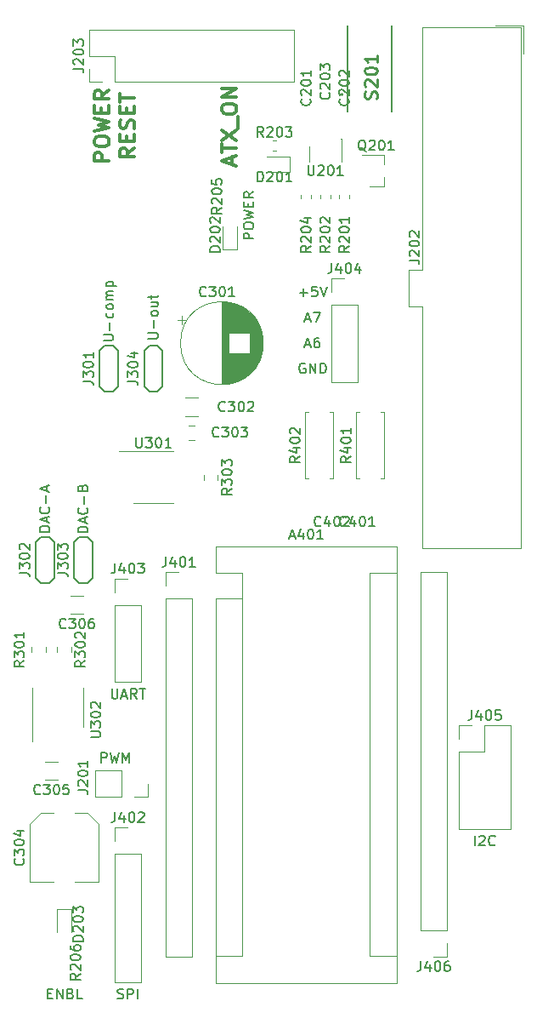
<source format=gbr>
G04 #@! TF.GenerationSoftware,KiCad,Pcbnew,(5.1.2)-1*
G04 #@! TF.CreationDate,2020-04-16T17:30:29+02:00*
G04 #@! TF.ProjectId,Test-PCB_for_Arduino-DAC,54657374-2d50-4434-925f-666f725f4172,0.0.1*
G04 #@! TF.SameCoordinates,Original*
G04 #@! TF.FileFunction,Legend,Top*
G04 #@! TF.FilePolarity,Positive*
%FSLAX46Y46*%
G04 Gerber Fmt 4.6, Leading zero omitted, Abs format (unit mm)*
G04 Created by KiCad (PCBNEW (5.1.2)-1) date 2020-04-16 17:30:29*
%MOMM*%
%LPD*%
G04 APERTURE LIST*
%ADD10C,0.150000*%
%ADD11C,0.300000*%
%ADD12C,0.120000*%
%ADD13C,0.200000*%
%ADD14C,0.254000*%
G04 APERTURE END LIST*
D10*
X93964285Y-64841428D02*
X94726190Y-64841428D01*
X94345238Y-65222380D02*
X94345238Y-64460476D01*
X95678571Y-64222380D02*
X95202380Y-64222380D01*
X95154761Y-64698571D01*
X95202380Y-64650952D01*
X95297619Y-64603333D01*
X95535714Y-64603333D01*
X95630952Y-64650952D01*
X95678571Y-64698571D01*
X95726190Y-64793809D01*
X95726190Y-65031904D01*
X95678571Y-65127142D01*
X95630952Y-65174761D01*
X95535714Y-65222380D01*
X95297619Y-65222380D01*
X95202380Y-65174761D01*
X95154761Y-65127142D01*
X96011904Y-64222380D02*
X96345238Y-65222380D01*
X96678571Y-64222380D01*
X94488095Y-71890000D02*
X94392857Y-71842380D01*
X94250000Y-71842380D01*
X94107142Y-71890000D01*
X94011904Y-71985238D01*
X93964285Y-72080476D01*
X93916666Y-72270952D01*
X93916666Y-72413809D01*
X93964285Y-72604285D01*
X94011904Y-72699523D01*
X94107142Y-72794761D01*
X94250000Y-72842380D01*
X94345238Y-72842380D01*
X94488095Y-72794761D01*
X94535714Y-72747142D01*
X94535714Y-72413809D01*
X94345238Y-72413809D01*
X94964285Y-72842380D02*
X94964285Y-71842380D01*
X95535714Y-72842380D01*
X95535714Y-71842380D01*
X96011904Y-72842380D02*
X96011904Y-71842380D01*
X96250000Y-71842380D01*
X96392857Y-71890000D01*
X96488095Y-71985238D01*
X96535714Y-72080476D01*
X96583333Y-72270952D01*
X96583333Y-72413809D01*
X96535714Y-72604285D01*
X96488095Y-72699523D01*
X96392857Y-72794761D01*
X96250000Y-72842380D01*
X96011904Y-72842380D01*
X94535714Y-70016666D02*
X95011904Y-70016666D01*
X94440476Y-70302380D02*
X94773809Y-69302380D01*
X95107142Y-70302380D01*
X95869047Y-69302380D02*
X95678571Y-69302380D01*
X95583333Y-69350000D01*
X95535714Y-69397619D01*
X95440476Y-69540476D01*
X95392857Y-69730952D01*
X95392857Y-70111904D01*
X95440476Y-70207142D01*
X95488095Y-70254761D01*
X95583333Y-70302380D01*
X95773809Y-70302380D01*
X95869047Y-70254761D01*
X95916666Y-70207142D01*
X95964285Y-70111904D01*
X95964285Y-69873809D01*
X95916666Y-69778571D01*
X95869047Y-69730952D01*
X95773809Y-69683333D01*
X95583333Y-69683333D01*
X95488095Y-69730952D01*
X95440476Y-69778571D01*
X95392857Y-69873809D01*
X94535714Y-67476666D02*
X95011904Y-67476666D01*
X94440476Y-67762380D02*
X94773809Y-66762380D01*
X95107142Y-67762380D01*
X95345238Y-66762380D02*
X96011904Y-66762380D01*
X95583333Y-67762380D01*
X78827380Y-69405238D02*
X79636904Y-69405238D01*
X79732142Y-69357619D01*
X79779761Y-69310000D01*
X79827380Y-69214761D01*
X79827380Y-69024285D01*
X79779761Y-68929047D01*
X79732142Y-68881428D01*
X79636904Y-68833809D01*
X78827380Y-68833809D01*
X79446428Y-68357619D02*
X79446428Y-67595714D01*
X79827380Y-66976666D02*
X79779761Y-67071904D01*
X79732142Y-67119523D01*
X79636904Y-67167142D01*
X79351190Y-67167142D01*
X79255952Y-67119523D01*
X79208333Y-67071904D01*
X79160714Y-66976666D01*
X79160714Y-66833809D01*
X79208333Y-66738571D01*
X79255952Y-66690952D01*
X79351190Y-66643333D01*
X79636904Y-66643333D01*
X79732142Y-66690952D01*
X79779761Y-66738571D01*
X79827380Y-66833809D01*
X79827380Y-66976666D01*
X79160714Y-65786190D02*
X79827380Y-65786190D01*
X79160714Y-66214761D02*
X79684523Y-66214761D01*
X79779761Y-66167142D01*
X79827380Y-66071904D01*
X79827380Y-65929047D01*
X79779761Y-65833809D01*
X79732142Y-65786190D01*
X79160714Y-65452857D02*
X79160714Y-65071904D01*
X78827380Y-65310000D02*
X79684523Y-65310000D01*
X79779761Y-65262380D01*
X79827380Y-65167142D01*
X79827380Y-65071904D01*
X74382380Y-69579761D02*
X75191904Y-69579761D01*
X75287142Y-69532142D01*
X75334761Y-69484523D01*
X75382380Y-69389285D01*
X75382380Y-69198809D01*
X75334761Y-69103571D01*
X75287142Y-69055952D01*
X75191904Y-69008333D01*
X74382380Y-69008333D01*
X75001428Y-68532142D02*
X75001428Y-67770238D01*
X75334761Y-66865476D02*
X75382380Y-66960714D01*
X75382380Y-67151190D01*
X75334761Y-67246428D01*
X75287142Y-67294047D01*
X75191904Y-67341666D01*
X74906190Y-67341666D01*
X74810952Y-67294047D01*
X74763333Y-67246428D01*
X74715714Y-67151190D01*
X74715714Y-66960714D01*
X74763333Y-66865476D01*
X75382380Y-66294047D02*
X75334761Y-66389285D01*
X75287142Y-66436904D01*
X75191904Y-66484523D01*
X74906190Y-66484523D01*
X74810952Y-66436904D01*
X74763333Y-66389285D01*
X74715714Y-66294047D01*
X74715714Y-66151190D01*
X74763333Y-66055952D01*
X74810952Y-66008333D01*
X74906190Y-65960714D01*
X75191904Y-65960714D01*
X75287142Y-66008333D01*
X75334761Y-66055952D01*
X75382380Y-66151190D01*
X75382380Y-66294047D01*
X75382380Y-65532142D02*
X74715714Y-65532142D01*
X74810952Y-65532142D02*
X74763333Y-65484523D01*
X74715714Y-65389285D01*
X74715714Y-65246428D01*
X74763333Y-65151190D01*
X74858571Y-65103571D01*
X75382380Y-65103571D01*
X74858571Y-65103571D02*
X74763333Y-65055952D01*
X74715714Y-64960714D01*
X74715714Y-64817857D01*
X74763333Y-64722619D01*
X74858571Y-64675000D01*
X75382380Y-64675000D01*
X74715714Y-64198809D02*
X75715714Y-64198809D01*
X74763333Y-64198809D02*
X74715714Y-64103571D01*
X74715714Y-63913095D01*
X74763333Y-63817857D01*
X74810952Y-63770238D01*
X74906190Y-63722619D01*
X75191904Y-63722619D01*
X75287142Y-63770238D01*
X75334761Y-63817857D01*
X75382380Y-63913095D01*
X75382380Y-64103571D01*
X75334761Y-64198809D01*
X69032380Y-88598095D02*
X68032380Y-88598095D01*
X68032380Y-88360000D01*
X68080000Y-88217142D01*
X68175238Y-88121904D01*
X68270476Y-88074285D01*
X68460952Y-88026666D01*
X68603809Y-88026666D01*
X68794285Y-88074285D01*
X68889523Y-88121904D01*
X68984761Y-88217142D01*
X69032380Y-88360000D01*
X69032380Y-88598095D01*
X68746666Y-87645714D02*
X68746666Y-87169523D01*
X69032380Y-87740952D02*
X68032380Y-87407619D01*
X69032380Y-87074285D01*
X68937142Y-86169523D02*
X68984761Y-86217142D01*
X69032380Y-86360000D01*
X69032380Y-86455238D01*
X68984761Y-86598095D01*
X68889523Y-86693333D01*
X68794285Y-86740952D01*
X68603809Y-86788571D01*
X68460952Y-86788571D01*
X68270476Y-86740952D01*
X68175238Y-86693333D01*
X68080000Y-86598095D01*
X68032380Y-86455238D01*
X68032380Y-86360000D01*
X68080000Y-86217142D01*
X68127619Y-86169523D01*
X68651428Y-85740952D02*
X68651428Y-84979047D01*
X68746666Y-84550476D02*
X68746666Y-84074285D01*
X69032380Y-84645714D02*
X68032380Y-84312380D01*
X69032380Y-83979047D01*
X72842380Y-88669523D02*
X71842380Y-88669523D01*
X71842380Y-88431428D01*
X71890000Y-88288571D01*
X71985238Y-88193333D01*
X72080476Y-88145714D01*
X72270952Y-88098095D01*
X72413809Y-88098095D01*
X72604285Y-88145714D01*
X72699523Y-88193333D01*
X72794761Y-88288571D01*
X72842380Y-88431428D01*
X72842380Y-88669523D01*
X72556666Y-87717142D02*
X72556666Y-87240952D01*
X72842380Y-87812380D02*
X71842380Y-87479047D01*
X72842380Y-87145714D01*
X72747142Y-86240952D02*
X72794761Y-86288571D01*
X72842380Y-86431428D01*
X72842380Y-86526666D01*
X72794761Y-86669523D01*
X72699523Y-86764761D01*
X72604285Y-86812380D01*
X72413809Y-86860000D01*
X72270952Y-86860000D01*
X72080476Y-86812380D01*
X71985238Y-86764761D01*
X71890000Y-86669523D01*
X71842380Y-86526666D01*
X71842380Y-86431428D01*
X71890000Y-86288571D01*
X71937619Y-86240952D01*
X72461428Y-85812380D02*
X72461428Y-85050476D01*
X72318571Y-84240952D02*
X72366190Y-84098095D01*
X72413809Y-84050476D01*
X72509047Y-84002857D01*
X72651904Y-84002857D01*
X72747142Y-84050476D01*
X72794761Y-84098095D01*
X72842380Y-84193333D01*
X72842380Y-84574285D01*
X71842380Y-84574285D01*
X71842380Y-84240952D01*
X71890000Y-84145714D01*
X71937619Y-84098095D01*
X72032857Y-84050476D01*
X72128095Y-84050476D01*
X72223333Y-84098095D01*
X72270952Y-84145714D01*
X72318571Y-84240952D01*
X72318571Y-84574285D01*
X68842142Y-134548571D02*
X69175476Y-134548571D01*
X69318333Y-135072380D02*
X68842142Y-135072380D01*
X68842142Y-134072380D01*
X69318333Y-134072380D01*
X69746904Y-135072380D02*
X69746904Y-134072380D01*
X70318333Y-135072380D01*
X70318333Y-134072380D01*
X71127857Y-134548571D02*
X71270714Y-134596190D01*
X71318333Y-134643809D01*
X71365952Y-134739047D01*
X71365952Y-134881904D01*
X71318333Y-134977142D01*
X71270714Y-135024761D01*
X71175476Y-135072380D01*
X70794523Y-135072380D01*
X70794523Y-134072380D01*
X71127857Y-134072380D01*
X71223095Y-134120000D01*
X71270714Y-134167619D01*
X71318333Y-134262857D01*
X71318333Y-134358095D01*
X71270714Y-134453333D01*
X71223095Y-134500952D01*
X71127857Y-134548571D01*
X70794523Y-134548571D01*
X72270714Y-135072380D02*
X71794523Y-135072380D01*
X71794523Y-134072380D01*
X75811190Y-135024761D02*
X75954047Y-135072380D01*
X76192142Y-135072380D01*
X76287380Y-135024761D01*
X76335000Y-134977142D01*
X76382619Y-134881904D01*
X76382619Y-134786666D01*
X76335000Y-134691428D01*
X76287380Y-134643809D01*
X76192142Y-134596190D01*
X76001666Y-134548571D01*
X75906428Y-134500952D01*
X75858809Y-134453333D01*
X75811190Y-134358095D01*
X75811190Y-134262857D01*
X75858809Y-134167619D01*
X75906428Y-134120000D01*
X76001666Y-134072380D01*
X76239761Y-134072380D01*
X76382619Y-134120000D01*
X76811190Y-135072380D02*
X76811190Y-134072380D01*
X77192142Y-134072380D01*
X77287380Y-134120000D01*
X77335000Y-134167619D01*
X77382619Y-134262857D01*
X77382619Y-134405714D01*
X77335000Y-134500952D01*
X77287380Y-134548571D01*
X77192142Y-134596190D01*
X76811190Y-134596190D01*
X77811190Y-135072380D02*
X77811190Y-134072380D01*
D11*
X87245000Y-52045714D02*
X87245000Y-51331428D01*
X87673571Y-52188571D02*
X86173571Y-51688571D01*
X87673571Y-51188571D01*
X86173571Y-50902857D02*
X86173571Y-50045714D01*
X87673571Y-50474285D02*
X86173571Y-50474285D01*
X86173571Y-49688571D02*
X87673571Y-48688571D01*
X86173571Y-48688571D02*
X87673571Y-49688571D01*
X87816428Y-48474285D02*
X87816428Y-47331428D01*
X86173571Y-46688571D02*
X86173571Y-46402857D01*
X86245000Y-46260000D01*
X86387857Y-46117142D01*
X86673571Y-46045714D01*
X87173571Y-46045714D01*
X87459285Y-46117142D01*
X87602142Y-46260000D01*
X87673571Y-46402857D01*
X87673571Y-46688571D01*
X87602142Y-46831428D01*
X87459285Y-46974285D01*
X87173571Y-47045714D01*
X86673571Y-47045714D01*
X86387857Y-46974285D01*
X86245000Y-46831428D01*
X86173571Y-46688571D01*
X87673571Y-45402857D02*
X86173571Y-45402857D01*
X87673571Y-44545714D01*
X86173571Y-44545714D01*
X77513571Y-50438571D02*
X76799285Y-50938571D01*
X77513571Y-51295714D02*
X76013571Y-51295714D01*
X76013571Y-50724285D01*
X76085000Y-50581428D01*
X76156428Y-50510000D01*
X76299285Y-50438571D01*
X76513571Y-50438571D01*
X76656428Y-50510000D01*
X76727857Y-50581428D01*
X76799285Y-50724285D01*
X76799285Y-51295714D01*
X76727857Y-49795714D02*
X76727857Y-49295714D01*
X77513571Y-49081428D02*
X77513571Y-49795714D01*
X76013571Y-49795714D01*
X76013571Y-49081428D01*
X77442142Y-48510000D02*
X77513571Y-48295714D01*
X77513571Y-47938571D01*
X77442142Y-47795714D01*
X77370714Y-47724285D01*
X77227857Y-47652857D01*
X77085000Y-47652857D01*
X76942142Y-47724285D01*
X76870714Y-47795714D01*
X76799285Y-47938571D01*
X76727857Y-48224285D01*
X76656428Y-48367142D01*
X76585000Y-48438571D01*
X76442142Y-48510000D01*
X76299285Y-48510000D01*
X76156428Y-48438571D01*
X76085000Y-48367142D01*
X76013571Y-48224285D01*
X76013571Y-47867142D01*
X76085000Y-47652857D01*
X76727857Y-47010000D02*
X76727857Y-46510000D01*
X77513571Y-46295714D02*
X77513571Y-47010000D01*
X76013571Y-47010000D01*
X76013571Y-46295714D01*
X76013571Y-45867142D02*
X76013571Y-45010000D01*
X77513571Y-45438571D02*
X76013571Y-45438571D01*
X74973571Y-51724285D02*
X73473571Y-51724285D01*
X73473571Y-51152857D01*
X73545000Y-51010000D01*
X73616428Y-50938571D01*
X73759285Y-50867142D01*
X73973571Y-50867142D01*
X74116428Y-50938571D01*
X74187857Y-51010000D01*
X74259285Y-51152857D01*
X74259285Y-51724285D01*
X73473571Y-49938571D02*
X73473571Y-49652857D01*
X73545000Y-49510000D01*
X73687857Y-49367142D01*
X73973571Y-49295714D01*
X74473571Y-49295714D01*
X74759285Y-49367142D01*
X74902142Y-49510000D01*
X74973571Y-49652857D01*
X74973571Y-49938571D01*
X74902142Y-50081428D01*
X74759285Y-50224285D01*
X74473571Y-50295714D01*
X73973571Y-50295714D01*
X73687857Y-50224285D01*
X73545000Y-50081428D01*
X73473571Y-49938571D01*
X73473571Y-48795714D02*
X74973571Y-48438571D01*
X73902142Y-48152857D01*
X74973571Y-47867142D01*
X73473571Y-47510000D01*
X74187857Y-46938571D02*
X74187857Y-46438571D01*
X74973571Y-46224285D02*
X74973571Y-46938571D01*
X73473571Y-46938571D01*
X73473571Y-46224285D01*
X74973571Y-44724285D02*
X74259285Y-45224285D01*
X74973571Y-45581428D02*
X73473571Y-45581428D01*
X73473571Y-45010000D01*
X73545000Y-44867142D01*
X73616428Y-44795714D01*
X73759285Y-44724285D01*
X73973571Y-44724285D01*
X74116428Y-44795714D01*
X74187857Y-44867142D01*
X74259285Y-45010000D01*
X74259285Y-45581428D01*
D10*
X89352380Y-59459523D02*
X88352380Y-59459523D01*
X88352380Y-59078571D01*
X88400000Y-58983333D01*
X88447619Y-58935714D01*
X88542857Y-58888095D01*
X88685714Y-58888095D01*
X88780952Y-58935714D01*
X88828571Y-58983333D01*
X88876190Y-59078571D01*
X88876190Y-59459523D01*
X88352380Y-58269047D02*
X88352380Y-58078571D01*
X88400000Y-57983333D01*
X88495238Y-57888095D01*
X88685714Y-57840476D01*
X89019047Y-57840476D01*
X89209523Y-57888095D01*
X89304761Y-57983333D01*
X89352380Y-58078571D01*
X89352380Y-58269047D01*
X89304761Y-58364285D01*
X89209523Y-58459523D01*
X89019047Y-58507142D01*
X88685714Y-58507142D01*
X88495238Y-58459523D01*
X88400000Y-58364285D01*
X88352380Y-58269047D01*
X88352380Y-57507142D02*
X89352380Y-57269047D01*
X88638095Y-57078571D01*
X89352380Y-56888095D01*
X88352380Y-56650000D01*
X88828571Y-56269047D02*
X88828571Y-55935714D01*
X89352380Y-55792857D02*
X89352380Y-56269047D01*
X88352380Y-56269047D01*
X88352380Y-55792857D01*
X89352380Y-54792857D02*
X88876190Y-55126190D01*
X89352380Y-55364285D02*
X88352380Y-55364285D01*
X88352380Y-54983333D01*
X88400000Y-54888095D01*
X88447619Y-54840476D01*
X88542857Y-54792857D01*
X88685714Y-54792857D01*
X88780952Y-54840476D01*
X88828571Y-54888095D01*
X88876190Y-54983333D01*
X88876190Y-55364285D01*
X111418809Y-119832380D02*
X111418809Y-118832380D01*
X111847380Y-118927619D02*
X111895000Y-118880000D01*
X111990238Y-118832380D01*
X112228333Y-118832380D01*
X112323571Y-118880000D01*
X112371190Y-118927619D01*
X112418809Y-119022857D01*
X112418809Y-119118095D01*
X112371190Y-119260952D01*
X111799761Y-119832380D01*
X112418809Y-119832380D01*
X113418809Y-119737142D02*
X113371190Y-119784761D01*
X113228333Y-119832380D01*
X113133095Y-119832380D01*
X112990238Y-119784761D01*
X112895000Y-119689523D01*
X112847380Y-119594285D01*
X112799761Y-119403809D01*
X112799761Y-119260952D01*
X112847380Y-119070476D01*
X112895000Y-118975238D01*
X112990238Y-118880000D01*
X113133095Y-118832380D01*
X113228333Y-118832380D01*
X113371190Y-118880000D01*
X113418809Y-118927619D01*
X74160238Y-111577380D02*
X74160238Y-110577380D01*
X74541190Y-110577380D01*
X74636428Y-110625000D01*
X74684047Y-110672619D01*
X74731666Y-110767857D01*
X74731666Y-110910714D01*
X74684047Y-111005952D01*
X74636428Y-111053571D01*
X74541190Y-111101190D01*
X74160238Y-111101190D01*
X75065000Y-110577380D02*
X75303095Y-111577380D01*
X75493571Y-110863095D01*
X75684047Y-111577380D01*
X75922142Y-110577380D01*
X76303095Y-111577380D02*
X76303095Y-110577380D01*
X76636428Y-111291666D01*
X76969761Y-110577380D01*
X76969761Y-111577380D01*
X75239761Y-104227380D02*
X75239761Y-105036904D01*
X75287380Y-105132142D01*
X75335000Y-105179761D01*
X75430238Y-105227380D01*
X75620714Y-105227380D01*
X75715952Y-105179761D01*
X75763571Y-105132142D01*
X75811190Y-105036904D01*
X75811190Y-104227380D01*
X76239761Y-104941666D02*
X76715952Y-104941666D01*
X76144523Y-105227380D02*
X76477857Y-104227380D01*
X76811190Y-105227380D01*
X77715952Y-105227380D02*
X77382619Y-104751190D01*
X77144523Y-105227380D02*
X77144523Y-104227380D01*
X77525476Y-104227380D01*
X77620714Y-104275000D01*
X77668333Y-104322619D01*
X77715952Y-104417857D01*
X77715952Y-104560714D01*
X77668333Y-104655952D01*
X77620714Y-104703571D01*
X77525476Y-104751190D01*
X77144523Y-104751190D01*
X78001666Y-104227380D02*
X78573095Y-104227380D01*
X78287380Y-105227380D02*
X78287380Y-104227380D01*
X78975000Y-74690000D02*
X78475000Y-74190000D01*
X79775000Y-74690000D02*
X78975000Y-74690000D01*
X80275000Y-74190000D02*
X79775000Y-74690000D01*
X80275000Y-70590000D02*
X80275000Y-74190000D01*
X79775000Y-70090000D02*
X80275000Y-70590000D01*
X78975000Y-70090000D02*
X79775000Y-70090000D01*
X78475000Y-70590000D02*
X78975000Y-70090000D01*
X78475000Y-74190000D02*
X78475000Y-70590000D01*
X71990000Y-93740000D02*
X71490000Y-93240000D01*
X72790000Y-93740000D02*
X71990000Y-93740000D01*
X73290000Y-93240000D02*
X72790000Y-93740000D01*
X73290000Y-89640000D02*
X73290000Y-93240000D01*
X72790000Y-89140000D02*
X73290000Y-89640000D01*
X71990000Y-89140000D02*
X72790000Y-89140000D01*
X71490000Y-89640000D02*
X71990000Y-89140000D01*
X71490000Y-93240000D02*
X71490000Y-89640000D01*
X68180000Y-93740000D02*
X67680000Y-93240000D01*
X68980000Y-93740000D02*
X68180000Y-93740000D01*
X69480000Y-93240000D02*
X68980000Y-93740000D01*
X69480000Y-89640000D02*
X69480000Y-93240000D01*
X68980000Y-89140000D02*
X69480000Y-89640000D01*
X68180000Y-89140000D02*
X68980000Y-89140000D01*
X67680000Y-89640000D02*
X68180000Y-89140000D01*
X67680000Y-93240000D02*
X67680000Y-89640000D01*
X74530000Y-74690000D02*
X74030000Y-74190000D01*
X75330000Y-74690000D02*
X74530000Y-74690000D01*
X75830000Y-74190000D02*
X75330000Y-74690000D01*
X75830000Y-70590000D02*
X75830000Y-74190000D01*
X75330000Y-70090000D02*
X75830000Y-70590000D01*
X74530000Y-70090000D02*
X75330000Y-70090000D01*
X74030000Y-70590000D02*
X74530000Y-70090000D01*
X74030000Y-74190000D02*
X74030000Y-70590000D01*
D12*
X95125000Y-55407779D02*
X95125000Y-55082221D01*
X94105000Y-55407779D02*
X94105000Y-55082221D01*
X91602779Y-49655000D02*
X91277221Y-49655000D01*
X91602779Y-50675000D02*
X91277221Y-50675000D01*
X97030000Y-55407779D02*
X97030000Y-55082221D01*
X96010000Y-55407779D02*
X96010000Y-55082221D01*
X98935000Y-55407779D02*
X98935000Y-55082221D01*
X97915000Y-55407779D02*
X97915000Y-55082221D01*
X67290000Y-106045000D02*
X67290000Y-109495000D01*
X67290000Y-106045000D02*
X67290000Y-104095000D01*
X72410000Y-106045000D02*
X72410000Y-107995000D01*
X72410000Y-106045000D02*
X72410000Y-104095000D01*
X79375000Y-80625000D02*
X75925000Y-80625000D01*
X79375000Y-80625000D02*
X81325000Y-80625000D01*
X79375000Y-85745000D02*
X77425000Y-85745000D01*
X79375000Y-85745000D02*
X81325000Y-85745000D01*
X98120000Y-51800000D02*
X98120000Y-49500000D01*
X98120000Y-49500000D02*
X98020000Y-49500000D01*
X94920000Y-51800000D02*
X94920000Y-50300000D01*
D13*
X98283280Y-45128000D02*
G75*
G03X98283280Y-45128000I-99280J0D01*
G01*
X103165000Y-46845000D02*
X103165000Y-38245000D01*
X98765000Y-46845000D02*
X98765000Y-38245000D01*
D12*
X97255000Y-76740000D02*
X96925000Y-76740000D01*
X97255000Y-83280000D02*
X97255000Y-76740000D01*
X96925000Y-83280000D02*
X97255000Y-83280000D01*
X94515000Y-76740000D02*
X94845000Y-76740000D01*
X94515000Y-83280000D02*
X94515000Y-76740000D01*
X94845000Y-83280000D02*
X94515000Y-83280000D01*
X102335000Y-76740000D02*
X102005000Y-76740000D01*
X102335000Y-83280000D02*
X102335000Y-76740000D01*
X102005000Y-83280000D02*
X102335000Y-83280000D01*
X99595000Y-76740000D02*
X99925000Y-76740000D01*
X99595000Y-83280000D02*
X99595000Y-76740000D01*
X99925000Y-83280000D02*
X99595000Y-83280000D01*
X84380000Y-82926422D02*
X84380000Y-83443578D01*
X85800000Y-82926422D02*
X85800000Y-83443578D01*
X69775000Y-100071422D02*
X69775000Y-100588578D01*
X71195000Y-100071422D02*
X71195000Y-100588578D01*
X67235000Y-100071422D02*
X67235000Y-100588578D01*
X68655000Y-100071422D02*
X68655000Y-100588578D01*
X102360000Y-54285000D02*
X100900000Y-54285000D01*
X102360000Y-51125000D02*
X100200000Y-51125000D01*
X102360000Y-51125000D02*
X102360000Y-52055000D01*
X102360000Y-54285000D02*
X102360000Y-53355000D01*
X108645000Y-130870000D02*
X107315000Y-130870000D01*
X108645000Y-129540000D02*
X108645000Y-130870000D01*
X108645000Y-128270000D02*
X105985000Y-128270000D01*
X105985000Y-128270000D02*
X105985000Y-92650000D01*
X108645000Y-128270000D02*
X108645000Y-92650000D01*
X108645000Y-92650000D02*
X105985000Y-92650000D01*
X109795000Y-107890000D02*
X111125000Y-107890000D01*
X109795000Y-109220000D02*
X109795000Y-107890000D01*
X112395000Y-107890000D02*
X114995000Y-107890000D01*
X112395000Y-110490000D02*
X112395000Y-107890000D01*
X109795000Y-110490000D02*
X112395000Y-110490000D01*
X114995000Y-107890000D02*
X114995000Y-118170000D01*
X109795000Y-110490000D02*
X109795000Y-118170000D01*
X109795000Y-118170000D02*
X114995000Y-118170000D01*
X97095000Y-63440000D02*
X98425000Y-63440000D01*
X97095000Y-64770000D02*
X97095000Y-63440000D01*
X97095000Y-66040000D02*
X99755000Y-66040000D01*
X99755000Y-66040000D02*
X99755000Y-73720000D01*
X97095000Y-66040000D02*
X97095000Y-73720000D01*
X97095000Y-73720000D02*
X99755000Y-73720000D01*
X75505000Y-93285000D02*
X76835000Y-93285000D01*
X75505000Y-94615000D02*
X75505000Y-93285000D01*
X75505000Y-95885000D02*
X78165000Y-95885000D01*
X78165000Y-95885000D02*
X78165000Y-103565000D01*
X75505000Y-95885000D02*
X75505000Y-103565000D01*
X75505000Y-103565000D02*
X78165000Y-103565000D01*
X75505000Y-118050000D02*
X76835000Y-118050000D01*
X75505000Y-119380000D02*
X75505000Y-118050000D01*
X75505000Y-120650000D02*
X78165000Y-120650000D01*
X78165000Y-120650000D02*
X78165000Y-133410000D01*
X75505000Y-120650000D02*
X75505000Y-133410000D01*
X75505000Y-133410000D02*
X78165000Y-133410000D01*
X80585000Y-92650000D02*
X81915000Y-92650000D01*
X80585000Y-93980000D02*
X80585000Y-92650000D01*
X80585000Y-95250000D02*
X83245000Y-95250000D01*
X83245000Y-95250000D02*
X83245000Y-130870000D01*
X80585000Y-95250000D02*
X80585000Y-130870000D01*
X80585000Y-130870000D02*
X83245000Y-130870000D01*
X72965000Y-43875000D02*
X72965000Y-42545000D01*
X74295000Y-43875000D02*
X72965000Y-43875000D01*
X72965000Y-41275000D02*
X72965000Y-38675000D01*
X75565000Y-41275000D02*
X72965000Y-41275000D01*
X75565000Y-43875000D02*
X75565000Y-41275000D01*
X72965000Y-38675000D02*
X93405000Y-38675000D01*
X75565000Y-43875000D02*
X93405000Y-43875000D01*
X93405000Y-43875000D02*
X93405000Y-38675000D01*
X116265000Y-38225000D02*
X113415000Y-38225000D01*
X116265000Y-41075000D02*
X116265000Y-38225000D01*
X104805000Y-66185000D02*
X104805000Y-64375000D01*
X106205000Y-66185000D02*
X104805000Y-66185000D01*
X106205000Y-90285000D02*
X106205000Y-66185000D01*
X116025000Y-90285000D02*
X106205000Y-90285000D01*
X116025000Y-64375000D02*
X116025000Y-90285000D01*
X104805000Y-62565000D02*
X104805000Y-64375000D01*
X106205000Y-62565000D02*
X104805000Y-62565000D01*
X106205000Y-38465000D02*
X106205000Y-62565000D01*
X116025000Y-38465000D02*
X106205000Y-38465000D01*
X116025000Y-64375000D02*
X116025000Y-38465000D01*
X78800000Y-113665000D02*
X78800000Y-114995000D01*
X78800000Y-114995000D02*
X77470000Y-114995000D01*
X76200000Y-114995000D02*
X73600000Y-114995000D01*
X73600000Y-112335000D02*
X73600000Y-114995000D01*
X76200000Y-112335000D02*
X73600000Y-112335000D01*
X76200000Y-112335000D02*
X76200000Y-114995000D01*
X69750000Y-126150000D02*
X69750000Y-128435000D01*
X71220000Y-126150000D02*
X69750000Y-126150000D01*
X71220000Y-128435000D02*
X71220000Y-126150000D01*
X87730000Y-60540000D02*
X87730000Y-58255000D01*
X86260000Y-60540000D02*
X87730000Y-60540000D01*
X86260000Y-58255000D02*
X86260000Y-60540000D01*
X92925000Y-51335000D02*
X90640000Y-51335000D01*
X92925000Y-52805000D02*
X92925000Y-51335000D01*
X90640000Y-52805000D02*
X92925000Y-52805000D01*
X71152936Y-96795000D02*
X72357064Y-96795000D01*
X71152936Y-94975000D02*
X72357064Y-94975000D01*
X68612936Y-113305000D02*
X69817064Y-113305000D01*
X68612936Y-111485000D02*
X69817064Y-111485000D01*
X68139437Y-116605000D02*
X67075000Y-117669437D01*
X72830563Y-116605000D02*
X73895000Y-117669437D01*
X72830563Y-116605000D02*
X71545000Y-116605000D01*
X68139437Y-116605000D02*
X69425000Y-116605000D01*
X67075000Y-117669437D02*
X67075000Y-123425000D01*
X73895000Y-117669437D02*
X73895000Y-123425000D01*
X73895000Y-123425000D02*
X71545000Y-123425000D01*
X67075000Y-123425000D02*
X69425000Y-123425000D01*
X82926422Y-79450000D02*
X83443578Y-79450000D01*
X82926422Y-78030000D02*
X83443578Y-78030000D01*
X82582936Y-77110000D02*
X83787064Y-77110000D01*
X82582936Y-75290000D02*
X83787064Y-75290000D01*
X82195302Y-67135000D02*
X82195302Y-67935000D01*
X81795302Y-67535000D02*
X82595302Y-67535000D01*
X90286000Y-69317000D02*
X90286000Y-70383000D01*
X90246000Y-69082000D02*
X90246000Y-70618000D01*
X90206000Y-68902000D02*
X90206000Y-70798000D01*
X90166000Y-68752000D02*
X90166000Y-70948000D01*
X90126000Y-68621000D02*
X90126000Y-71079000D01*
X90086000Y-68504000D02*
X90086000Y-71196000D01*
X90046000Y-68397000D02*
X90046000Y-71303000D01*
X90006000Y-68298000D02*
X90006000Y-71402000D01*
X89966000Y-68205000D02*
X89966000Y-71495000D01*
X89926000Y-68119000D02*
X89926000Y-71581000D01*
X89886000Y-68037000D02*
X89886000Y-71663000D01*
X89846000Y-67960000D02*
X89846000Y-71740000D01*
X89806000Y-67886000D02*
X89806000Y-71814000D01*
X89766000Y-67816000D02*
X89766000Y-71884000D01*
X89726000Y-67748000D02*
X89726000Y-71952000D01*
X89686000Y-67684000D02*
X89686000Y-72016000D01*
X89646000Y-67622000D02*
X89646000Y-72078000D01*
X89606000Y-67563000D02*
X89606000Y-72137000D01*
X89566000Y-67505000D02*
X89566000Y-72195000D01*
X89526000Y-67450000D02*
X89526000Y-72250000D01*
X89486000Y-67396000D02*
X89486000Y-72304000D01*
X89446000Y-67345000D02*
X89446000Y-72355000D01*
X89406000Y-67294000D02*
X89406000Y-72406000D01*
X89366000Y-67246000D02*
X89366000Y-72454000D01*
X89326000Y-67199000D02*
X89326000Y-72501000D01*
X89286000Y-67153000D02*
X89286000Y-72547000D01*
X89246000Y-67109000D02*
X89246000Y-72591000D01*
X89206000Y-67066000D02*
X89206000Y-72634000D01*
X89166000Y-67024000D02*
X89166000Y-72676000D01*
X89126000Y-66983000D02*
X89126000Y-72717000D01*
X89086000Y-66943000D02*
X89086000Y-72757000D01*
X89046000Y-66905000D02*
X89046000Y-72795000D01*
X89006000Y-66867000D02*
X89006000Y-72833000D01*
X88966000Y-70890000D02*
X88966000Y-72869000D01*
X88966000Y-66831000D02*
X88966000Y-68810000D01*
X88926000Y-70890000D02*
X88926000Y-72905000D01*
X88926000Y-66795000D02*
X88926000Y-68810000D01*
X88886000Y-70890000D02*
X88886000Y-72940000D01*
X88886000Y-66760000D02*
X88886000Y-68810000D01*
X88846000Y-70890000D02*
X88846000Y-72974000D01*
X88846000Y-66726000D02*
X88846000Y-68810000D01*
X88806000Y-70890000D02*
X88806000Y-73006000D01*
X88806000Y-66694000D02*
X88806000Y-68810000D01*
X88766000Y-70890000D02*
X88766000Y-73039000D01*
X88766000Y-66661000D02*
X88766000Y-68810000D01*
X88726000Y-70890000D02*
X88726000Y-73070000D01*
X88726000Y-66630000D02*
X88726000Y-68810000D01*
X88686000Y-70890000D02*
X88686000Y-73100000D01*
X88686000Y-66600000D02*
X88686000Y-68810000D01*
X88646000Y-70890000D02*
X88646000Y-73130000D01*
X88646000Y-66570000D02*
X88646000Y-68810000D01*
X88606000Y-70890000D02*
X88606000Y-73159000D01*
X88606000Y-66541000D02*
X88606000Y-68810000D01*
X88566000Y-70890000D02*
X88566000Y-73188000D01*
X88566000Y-66512000D02*
X88566000Y-68810000D01*
X88526000Y-70890000D02*
X88526000Y-73215000D01*
X88526000Y-66485000D02*
X88526000Y-68810000D01*
X88486000Y-70890000D02*
X88486000Y-73242000D01*
X88486000Y-66458000D02*
X88486000Y-68810000D01*
X88446000Y-70890000D02*
X88446000Y-73268000D01*
X88446000Y-66432000D02*
X88446000Y-68810000D01*
X88406000Y-70890000D02*
X88406000Y-73294000D01*
X88406000Y-66406000D02*
X88406000Y-68810000D01*
X88366000Y-70890000D02*
X88366000Y-73319000D01*
X88366000Y-66381000D02*
X88366000Y-68810000D01*
X88326000Y-70890000D02*
X88326000Y-73343000D01*
X88326000Y-66357000D02*
X88326000Y-68810000D01*
X88286000Y-70890000D02*
X88286000Y-73367000D01*
X88286000Y-66333000D02*
X88286000Y-68810000D01*
X88246000Y-70890000D02*
X88246000Y-73390000D01*
X88246000Y-66310000D02*
X88246000Y-68810000D01*
X88206000Y-70890000D02*
X88206000Y-73412000D01*
X88206000Y-66288000D02*
X88206000Y-68810000D01*
X88166000Y-70890000D02*
X88166000Y-73434000D01*
X88166000Y-66266000D02*
X88166000Y-68810000D01*
X88126000Y-70890000D02*
X88126000Y-73456000D01*
X88126000Y-66244000D02*
X88126000Y-68810000D01*
X88086000Y-70890000D02*
X88086000Y-73477000D01*
X88086000Y-66223000D02*
X88086000Y-68810000D01*
X88046000Y-70890000D02*
X88046000Y-73497000D01*
X88046000Y-66203000D02*
X88046000Y-68810000D01*
X88006000Y-70890000D02*
X88006000Y-73516000D01*
X88006000Y-66184000D02*
X88006000Y-68810000D01*
X87966000Y-70890000D02*
X87966000Y-73536000D01*
X87966000Y-66164000D02*
X87966000Y-68810000D01*
X87926000Y-70890000D02*
X87926000Y-73554000D01*
X87926000Y-66146000D02*
X87926000Y-68810000D01*
X87886000Y-70890000D02*
X87886000Y-73572000D01*
X87886000Y-66128000D02*
X87886000Y-68810000D01*
X87846000Y-70890000D02*
X87846000Y-73590000D01*
X87846000Y-66110000D02*
X87846000Y-68810000D01*
X87806000Y-70890000D02*
X87806000Y-73607000D01*
X87806000Y-66093000D02*
X87806000Y-68810000D01*
X87766000Y-70890000D02*
X87766000Y-73624000D01*
X87766000Y-66076000D02*
X87766000Y-68810000D01*
X87726000Y-70890000D02*
X87726000Y-73640000D01*
X87726000Y-66060000D02*
X87726000Y-68810000D01*
X87686000Y-70890000D02*
X87686000Y-73655000D01*
X87686000Y-66045000D02*
X87686000Y-68810000D01*
X87646000Y-70890000D02*
X87646000Y-73671000D01*
X87646000Y-66029000D02*
X87646000Y-68810000D01*
X87606000Y-70890000D02*
X87606000Y-73685000D01*
X87606000Y-66015000D02*
X87606000Y-68810000D01*
X87566000Y-70890000D02*
X87566000Y-73700000D01*
X87566000Y-66000000D02*
X87566000Y-68810000D01*
X87526000Y-70890000D02*
X87526000Y-73713000D01*
X87526000Y-65987000D02*
X87526000Y-68810000D01*
X87486000Y-70890000D02*
X87486000Y-73727000D01*
X87486000Y-65973000D02*
X87486000Y-68810000D01*
X87446000Y-70890000D02*
X87446000Y-73739000D01*
X87446000Y-65961000D02*
X87446000Y-68810000D01*
X87406000Y-70890000D02*
X87406000Y-73752000D01*
X87406000Y-65948000D02*
X87406000Y-68810000D01*
X87366000Y-70890000D02*
X87366000Y-73764000D01*
X87366000Y-65936000D02*
X87366000Y-68810000D01*
X87326000Y-70890000D02*
X87326000Y-73775000D01*
X87326000Y-65925000D02*
X87326000Y-68810000D01*
X87286000Y-70890000D02*
X87286000Y-73786000D01*
X87286000Y-65914000D02*
X87286000Y-68810000D01*
X87246000Y-70890000D02*
X87246000Y-73797000D01*
X87246000Y-65903000D02*
X87246000Y-68810000D01*
X87206000Y-70890000D02*
X87206000Y-73807000D01*
X87206000Y-65893000D02*
X87206000Y-68810000D01*
X87166000Y-70890000D02*
X87166000Y-73817000D01*
X87166000Y-65883000D02*
X87166000Y-68810000D01*
X87126000Y-70890000D02*
X87126000Y-73826000D01*
X87126000Y-65874000D02*
X87126000Y-68810000D01*
X87086000Y-70890000D02*
X87086000Y-73835000D01*
X87086000Y-65865000D02*
X87086000Y-68810000D01*
X87046000Y-70890000D02*
X87046000Y-73844000D01*
X87046000Y-65856000D02*
X87046000Y-68810000D01*
X87006000Y-70890000D02*
X87006000Y-73852000D01*
X87006000Y-65848000D02*
X87006000Y-68810000D01*
X86966000Y-70890000D02*
X86966000Y-73860000D01*
X86966000Y-65840000D02*
X86966000Y-68810000D01*
X86926000Y-70890000D02*
X86926000Y-73867000D01*
X86926000Y-65833000D02*
X86926000Y-68810000D01*
X86885000Y-65826000D02*
X86885000Y-73874000D01*
X86845000Y-65820000D02*
X86845000Y-73880000D01*
X86805000Y-65813000D02*
X86805000Y-73887000D01*
X86765000Y-65808000D02*
X86765000Y-73892000D01*
X86725000Y-65802000D02*
X86725000Y-73898000D01*
X86685000Y-65798000D02*
X86685000Y-73902000D01*
X86645000Y-65793000D02*
X86645000Y-73907000D01*
X86605000Y-65789000D02*
X86605000Y-73911000D01*
X86565000Y-65785000D02*
X86565000Y-73915000D01*
X86525000Y-65782000D02*
X86525000Y-73918000D01*
X86485000Y-65779000D02*
X86485000Y-73921000D01*
X86445000Y-65776000D02*
X86445000Y-73924000D01*
X86405000Y-65774000D02*
X86405000Y-73926000D01*
X86365000Y-65773000D02*
X86365000Y-73927000D01*
X86325000Y-65771000D02*
X86325000Y-73929000D01*
X86285000Y-65770000D02*
X86285000Y-73930000D01*
X86245000Y-65770000D02*
X86245000Y-73930000D01*
X86205000Y-65770000D02*
X86205000Y-73930000D01*
X90325000Y-69850000D02*
G75*
G03X90325000Y-69850000I-4120000J0D01*
G01*
X103635000Y-90040000D02*
X85595000Y-90040000D01*
X103635000Y-133480000D02*
X103635000Y-90040000D01*
X85595000Y-133480000D02*
X103635000Y-133480000D01*
X88265000Y-130810000D02*
X85595000Y-130810000D01*
X88265000Y-95250000D02*
X88265000Y-130810000D01*
X88265000Y-95250000D02*
X85595000Y-95250000D01*
X100965000Y-130810000D02*
X103635000Y-130810000D01*
X100965000Y-92710000D02*
X100965000Y-130810000D01*
X100965000Y-92710000D02*
X103635000Y-92710000D01*
X85595000Y-90040000D02*
X85595000Y-92710000D01*
X85595000Y-95250000D02*
X85595000Y-133480000D01*
X88265000Y-92710000D02*
X85595000Y-92710000D01*
X88265000Y-95250000D02*
X88265000Y-92710000D01*
D10*
X76827380Y-73645714D02*
X77541666Y-73645714D01*
X77684523Y-73693333D01*
X77779761Y-73788571D01*
X77827380Y-73931428D01*
X77827380Y-74026666D01*
X76827380Y-73264761D02*
X76827380Y-72645714D01*
X77208333Y-72979047D01*
X77208333Y-72836190D01*
X77255952Y-72740952D01*
X77303571Y-72693333D01*
X77398809Y-72645714D01*
X77636904Y-72645714D01*
X77732142Y-72693333D01*
X77779761Y-72740952D01*
X77827380Y-72836190D01*
X77827380Y-73121904D01*
X77779761Y-73217142D01*
X77732142Y-73264761D01*
X76827380Y-72026666D02*
X76827380Y-71931428D01*
X76875000Y-71836190D01*
X76922619Y-71788571D01*
X77017857Y-71740952D01*
X77208333Y-71693333D01*
X77446428Y-71693333D01*
X77636904Y-71740952D01*
X77732142Y-71788571D01*
X77779761Y-71836190D01*
X77827380Y-71931428D01*
X77827380Y-72026666D01*
X77779761Y-72121904D01*
X77732142Y-72169523D01*
X77636904Y-72217142D01*
X77446428Y-72264761D01*
X77208333Y-72264761D01*
X77017857Y-72217142D01*
X76922619Y-72169523D01*
X76875000Y-72121904D01*
X76827380Y-72026666D01*
X77160714Y-70836190D02*
X77827380Y-70836190D01*
X76779761Y-71074285D02*
X77494047Y-71312380D01*
X77494047Y-70693333D01*
X69842380Y-92695714D02*
X70556666Y-92695714D01*
X70699523Y-92743333D01*
X70794761Y-92838571D01*
X70842380Y-92981428D01*
X70842380Y-93076666D01*
X69842380Y-92314761D02*
X69842380Y-91695714D01*
X70223333Y-92029047D01*
X70223333Y-91886190D01*
X70270952Y-91790952D01*
X70318571Y-91743333D01*
X70413809Y-91695714D01*
X70651904Y-91695714D01*
X70747142Y-91743333D01*
X70794761Y-91790952D01*
X70842380Y-91886190D01*
X70842380Y-92171904D01*
X70794761Y-92267142D01*
X70747142Y-92314761D01*
X69842380Y-91076666D02*
X69842380Y-90981428D01*
X69890000Y-90886190D01*
X69937619Y-90838571D01*
X70032857Y-90790952D01*
X70223333Y-90743333D01*
X70461428Y-90743333D01*
X70651904Y-90790952D01*
X70747142Y-90838571D01*
X70794761Y-90886190D01*
X70842380Y-90981428D01*
X70842380Y-91076666D01*
X70794761Y-91171904D01*
X70747142Y-91219523D01*
X70651904Y-91267142D01*
X70461428Y-91314761D01*
X70223333Y-91314761D01*
X70032857Y-91267142D01*
X69937619Y-91219523D01*
X69890000Y-91171904D01*
X69842380Y-91076666D01*
X69842380Y-90410000D02*
X69842380Y-89790952D01*
X70223333Y-90124285D01*
X70223333Y-89981428D01*
X70270952Y-89886190D01*
X70318571Y-89838571D01*
X70413809Y-89790952D01*
X70651904Y-89790952D01*
X70747142Y-89838571D01*
X70794761Y-89886190D01*
X70842380Y-89981428D01*
X70842380Y-90267142D01*
X70794761Y-90362380D01*
X70747142Y-90410000D01*
X66032380Y-92695714D02*
X66746666Y-92695714D01*
X66889523Y-92743333D01*
X66984761Y-92838571D01*
X67032380Y-92981428D01*
X67032380Y-93076666D01*
X66032380Y-92314761D02*
X66032380Y-91695714D01*
X66413333Y-92029047D01*
X66413333Y-91886190D01*
X66460952Y-91790952D01*
X66508571Y-91743333D01*
X66603809Y-91695714D01*
X66841904Y-91695714D01*
X66937142Y-91743333D01*
X66984761Y-91790952D01*
X67032380Y-91886190D01*
X67032380Y-92171904D01*
X66984761Y-92267142D01*
X66937142Y-92314761D01*
X66032380Y-91076666D02*
X66032380Y-90981428D01*
X66080000Y-90886190D01*
X66127619Y-90838571D01*
X66222857Y-90790952D01*
X66413333Y-90743333D01*
X66651428Y-90743333D01*
X66841904Y-90790952D01*
X66937142Y-90838571D01*
X66984761Y-90886190D01*
X67032380Y-90981428D01*
X67032380Y-91076666D01*
X66984761Y-91171904D01*
X66937142Y-91219523D01*
X66841904Y-91267142D01*
X66651428Y-91314761D01*
X66413333Y-91314761D01*
X66222857Y-91267142D01*
X66127619Y-91219523D01*
X66080000Y-91171904D01*
X66032380Y-91076666D01*
X66127619Y-90362380D02*
X66080000Y-90314761D01*
X66032380Y-90219523D01*
X66032380Y-89981428D01*
X66080000Y-89886190D01*
X66127619Y-89838571D01*
X66222857Y-89790952D01*
X66318095Y-89790952D01*
X66460952Y-89838571D01*
X67032380Y-90410000D01*
X67032380Y-89790952D01*
X72382380Y-73645714D02*
X73096666Y-73645714D01*
X73239523Y-73693333D01*
X73334761Y-73788571D01*
X73382380Y-73931428D01*
X73382380Y-74026666D01*
X72382380Y-73264761D02*
X72382380Y-72645714D01*
X72763333Y-72979047D01*
X72763333Y-72836190D01*
X72810952Y-72740952D01*
X72858571Y-72693333D01*
X72953809Y-72645714D01*
X73191904Y-72645714D01*
X73287142Y-72693333D01*
X73334761Y-72740952D01*
X73382380Y-72836190D01*
X73382380Y-73121904D01*
X73334761Y-73217142D01*
X73287142Y-73264761D01*
X72382380Y-72026666D02*
X72382380Y-71931428D01*
X72430000Y-71836190D01*
X72477619Y-71788571D01*
X72572857Y-71740952D01*
X72763333Y-71693333D01*
X73001428Y-71693333D01*
X73191904Y-71740952D01*
X73287142Y-71788571D01*
X73334761Y-71836190D01*
X73382380Y-71931428D01*
X73382380Y-72026666D01*
X73334761Y-72121904D01*
X73287142Y-72169523D01*
X73191904Y-72217142D01*
X73001428Y-72264761D01*
X72763333Y-72264761D01*
X72572857Y-72217142D01*
X72477619Y-72169523D01*
X72430000Y-72121904D01*
X72382380Y-72026666D01*
X73382380Y-70740952D02*
X73382380Y-71312380D01*
X73382380Y-71026666D02*
X72382380Y-71026666D01*
X72525238Y-71121904D01*
X72620476Y-71217142D01*
X72668095Y-71312380D01*
X95067380Y-60174047D02*
X94591190Y-60507380D01*
X95067380Y-60745476D02*
X94067380Y-60745476D01*
X94067380Y-60364523D01*
X94115000Y-60269285D01*
X94162619Y-60221666D01*
X94257857Y-60174047D01*
X94400714Y-60174047D01*
X94495952Y-60221666D01*
X94543571Y-60269285D01*
X94591190Y-60364523D01*
X94591190Y-60745476D01*
X94162619Y-59793095D02*
X94115000Y-59745476D01*
X94067380Y-59650238D01*
X94067380Y-59412142D01*
X94115000Y-59316904D01*
X94162619Y-59269285D01*
X94257857Y-59221666D01*
X94353095Y-59221666D01*
X94495952Y-59269285D01*
X95067380Y-59840714D01*
X95067380Y-59221666D01*
X94067380Y-58602619D02*
X94067380Y-58507380D01*
X94115000Y-58412142D01*
X94162619Y-58364523D01*
X94257857Y-58316904D01*
X94448333Y-58269285D01*
X94686428Y-58269285D01*
X94876904Y-58316904D01*
X94972142Y-58364523D01*
X95019761Y-58412142D01*
X95067380Y-58507380D01*
X95067380Y-58602619D01*
X95019761Y-58697857D01*
X94972142Y-58745476D01*
X94876904Y-58793095D01*
X94686428Y-58840714D01*
X94448333Y-58840714D01*
X94257857Y-58793095D01*
X94162619Y-58745476D01*
X94115000Y-58697857D01*
X94067380Y-58602619D01*
X94400714Y-57412142D02*
X95067380Y-57412142D01*
X94019761Y-57650238D02*
X94734047Y-57888333D01*
X94734047Y-57269285D01*
X90320952Y-49347380D02*
X89987619Y-48871190D01*
X89749523Y-49347380D02*
X89749523Y-48347380D01*
X90130476Y-48347380D01*
X90225714Y-48395000D01*
X90273333Y-48442619D01*
X90320952Y-48537857D01*
X90320952Y-48680714D01*
X90273333Y-48775952D01*
X90225714Y-48823571D01*
X90130476Y-48871190D01*
X89749523Y-48871190D01*
X90701904Y-48442619D02*
X90749523Y-48395000D01*
X90844761Y-48347380D01*
X91082857Y-48347380D01*
X91178095Y-48395000D01*
X91225714Y-48442619D01*
X91273333Y-48537857D01*
X91273333Y-48633095D01*
X91225714Y-48775952D01*
X90654285Y-49347380D01*
X91273333Y-49347380D01*
X91892380Y-48347380D02*
X91987619Y-48347380D01*
X92082857Y-48395000D01*
X92130476Y-48442619D01*
X92178095Y-48537857D01*
X92225714Y-48728333D01*
X92225714Y-48966428D01*
X92178095Y-49156904D01*
X92130476Y-49252142D01*
X92082857Y-49299761D01*
X91987619Y-49347380D01*
X91892380Y-49347380D01*
X91797142Y-49299761D01*
X91749523Y-49252142D01*
X91701904Y-49156904D01*
X91654285Y-48966428D01*
X91654285Y-48728333D01*
X91701904Y-48537857D01*
X91749523Y-48442619D01*
X91797142Y-48395000D01*
X91892380Y-48347380D01*
X92559047Y-48347380D02*
X93178095Y-48347380D01*
X92844761Y-48728333D01*
X92987619Y-48728333D01*
X93082857Y-48775952D01*
X93130476Y-48823571D01*
X93178095Y-48918809D01*
X93178095Y-49156904D01*
X93130476Y-49252142D01*
X93082857Y-49299761D01*
X92987619Y-49347380D01*
X92701904Y-49347380D01*
X92606666Y-49299761D01*
X92559047Y-49252142D01*
X96972380Y-60174047D02*
X96496190Y-60507380D01*
X96972380Y-60745476D02*
X95972380Y-60745476D01*
X95972380Y-60364523D01*
X96020000Y-60269285D01*
X96067619Y-60221666D01*
X96162857Y-60174047D01*
X96305714Y-60174047D01*
X96400952Y-60221666D01*
X96448571Y-60269285D01*
X96496190Y-60364523D01*
X96496190Y-60745476D01*
X96067619Y-59793095D02*
X96020000Y-59745476D01*
X95972380Y-59650238D01*
X95972380Y-59412142D01*
X96020000Y-59316904D01*
X96067619Y-59269285D01*
X96162857Y-59221666D01*
X96258095Y-59221666D01*
X96400952Y-59269285D01*
X96972380Y-59840714D01*
X96972380Y-59221666D01*
X95972380Y-58602619D02*
X95972380Y-58507380D01*
X96020000Y-58412142D01*
X96067619Y-58364523D01*
X96162857Y-58316904D01*
X96353333Y-58269285D01*
X96591428Y-58269285D01*
X96781904Y-58316904D01*
X96877142Y-58364523D01*
X96924761Y-58412142D01*
X96972380Y-58507380D01*
X96972380Y-58602619D01*
X96924761Y-58697857D01*
X96877142Y-58745476D01*
X96781904Y-58793095D01*
X96591428Y-58840714D01*
X96353333Y-58840714D01*
X96162857Y-58793095D01*
X96067619Y-58745476D01*
X96020000Y-58697857D01*
X95972380Y-58602619D01*
X96067619Y-57888333D02*
X96020000Y-57840714D01*
X95972380Y-57745476D01*
X95972380Y-57507380D01*
X96020000Y-57412142D01*
X96067619Y-57364523D01*
X96162857Y-57316904D01*
X96258095Y-57316904D01*
X96400952Y-57364523D01*
X96972380Y-57935952D01*
X96972380Y-57316904D01*
X98877380Y-60174047D02*
X98401190Y-60507380D01*
X98877380Y-60745476D02*
X97877380Y-60745476D01*
X97877380Y-60364523D01*
X97925000Y-60269285D01*
X97972619Y-60221666D01*
X98067857Y-60174047D01*
X98210714Y-60174047D01*
X98305952Y-60221666D01*
X98353571Y-60269285D01*
X98401190Y-60364523D01*
X98401190Y-60745476D01*
X97972619Y-59793095D02*
X97925000Y-59745476D01*
X97877380Y-59650238D01*
X97877380Y-59412142D01*
X97925000Y-59316904D01*
X97972619Y-59269285D01*
X98067857Y-59221666D01*
X98163095Y-59221666D01*
X98305952Y-59269285D01*
X98877380Y-59840714D01*
X98877380Y-59221666D01*
X97877380Y-58602619D02*
X97877380Y-58507380D01*
X97925000Y-58412142D01*
X97972619Y-58364523D01*
X98067857Y-58316904D01*
X98258333Y-58269285D01*
X98496428Y-58269285D01*
X98686904Y-58316904D01*
X98782142Y-58364523D01*
X98829761Y-58412142D01*
X98877380Y-58507380D01*
X98877380Y-58602619D01*
X98829761Y-58697857D01*
X98782142Y-58745476D01*
X98686904Y-58793095D01*
X98496428Y-58840714D01*
X98258333Y-58840714D01*
X98067857Y-58793095D01*
X97972619Y-58745476D01*
X97925000Y-58697857D01*
X97877380Y-58602619D01*
X98877380Y-57316904D02*
X98877380Y-57888333D01*
X98877380Y-57602619D02*
X97877380Y-57602619D01*
X98020238Y-57697857D01*
X98115476Y-57793095D01*
X98163095Y-57888333D01*
X73112380Y-109029285D02*
X73921904Y-109029285D01*
X74017142Y-108981666D01*
X74064761Y-108934047D01*
X74112380Y-108838809D01*
X74112380Y-108648333D01*
X74064761Y-108553095D01*
X74017142Y-108505476D01*
X73921904Y-108457857D01*
X73112380Y-108457857D01*
X73112380Y-108076904D02*
X73112380Y-107457857D01*
X73493333Y-107791190D01*
X73493333Y-107648333D01*
X73540952Y-107553095D01*
X73588571Y-107505476D01*
X73683809Y-107457857D01*
X73921904Y-107457857D01*
X74017142Y-107505476D01*
X74064761Y-107553095D01*
X74112380Y-107648333D01*
X74112380Y-107934047D01*
X74064761Y-108029285D01*
X74017142Y-108076904D01*
X73112380Y-106838809D02*
X73112380Y-106743571D01*
X73160000Y-106648333D01*
X73207619Y-106600714D01*
X73302857Y-106553095D01*
X73493333Y-106505476D01*
X73731428Y-106505476D01*
X73921904Y-106553095D01*
X74017142Y-106600714D01*
X74064761Y-106648333D01*
X74112380Y-106743571D01*
X74112380Y-106838809D01*
X74064761Y-106934047D01*
X74017142Y-106981666D01*
X73921904Y-107029285D01*
X73731428Y-107076904D01*
X73493333Y-107076904D01*
X73302857Y-107029285D01*
X73207619Y-106981666D01*
X73160000Y-106934047D01*
X73112380Y-106838809D01*
X73207619Y-106124523D02*
X73160000Y-106076904D01*
X73112380Y-105981666D01*
X73112380Y-105743571D01*
X73160000Y-105648333D01*
X73207619Y-105600714D01*
X73302857Y-105553095D01*
X73398095Y-105553095D01*
X73540952Y-105600714D01*
X74112380Y-106172142D01*
X74112380Y-105553095D01*
X77660714Y-79237380D02*
X77660714Y-80046904D01*
X77708333Y-80142142D01*
X77755952Y-80189761D01*
X77851190Y-80237380D01*
X78041666Y-80237380D01*
X78136904Y-80189761D01*
X78184523Y-80142142D01*
X78232142Y-80046904D01*
X78232142Y-79237380D01*
X78613095Y-79237380D02*
X79232142Y-79237380D01*
X78898809Y-79618333D01*
X79041666Y-79618333D01*
X79136904Y-79665952D01*
X79184523Y-79713571D01*
X79232142Y-79808809D01*
X79232142Y-80046904D01*
X79184523Y-80142142D01*
X79136904Y-80189761D01*
X79041666Y-80237380D01*
X78755952Y-80237380D01*
X78660714Y-80189761D01*
X78613095Y-80142142D01*
X79851190Y-79237380D02*
X79946428Y-79237380D01*
X80041666Y-79285000D01*
X80089285Y-79332619D01*
X80136904Y-79427857D01*
X80184523Y-79618333D01*
X80184523Y-79856428D01*
X80136904Y-80046904D01*
X80089285Y-80142142D01*
X80041666Y-80189761D01*
X79946428Y-80237380D01*
X79851190Y-80237380D01*
X79755952Y-80189761D01*
X79708333Y-80142142D01*
X79660714Y-80046904D01*
X79613095Y-79856428D01*
X79613095Y-79618333D01*
X79660714Y-79427857D01*
X79708333Y-79332619D01*
X79755952Y-79285000D01*
X79851190Y-79237380D01*
X81136904Y-80237380D02*
X80565476Y-80237380D01*
X80851190Y-80237380D02*
X80851190Y-79237380D01*
X80755952Y-79380238D01*
X80660714Y-79475476D01*
X80565476Y-79523095D01*
X94805714Y-52157380D02*
X94805714Y-52966904D01*
X94853333Y-53062142D01*
X94900952Y-53109761D01*
X94996190Y-53157380D01*
X95186666Y-53157380D01*
X95281904Y-53109761D01*
X95329523Y-53062142D01*
X95377142Y-52966904D01*
X95377142Y-52157380D01*
X95805714Y-52252619D02*
X95853333Y-52205000D01*
X95948571Y-52157380D01*
X96186666Y-52157380D01*
X96281904Y-52205000D01*
X96329523Y-52252619D01*
X96377142Y-52347857D01*
X96377142Y-52443095D01*
X96329523Y-52585952D01*
X95758095Y-53157380D01*
X96377142Y-53157380D01*
X96996190Y-52157380D02*
X97091428Y-52157380D01*
X97186666Y-52205000D01*
X97234285Y-52252619D01*
X97281904Y-52347857D01*
X97329523Y-52538333D01*
X97329523Y-52776428D01*
X97281904Y-52966904D01*
X97234285Y-53062142D01*
X97186666Y-53109761D01*
X97091428Y-53157380D01*
X96996190Y-53157380D01*
X96900952Y-53109761D01*
X96853333Y-53062142D01*
X96805714Y-52966904D01*
X96758095Y-52776428D01*
X96758095Y-52538333D01*
X96805714Y-52347857D01*
X96853333Y-52252619D01*
X96900952Y-52205000D01*
X96996190Y-52157380D01*
X98281904Y-53157380D02*
X97710476Y-53157380D01*
X97996190Y-53157380D02*
X97996190Y-52157380D01*
X97900952Y-52300238D01*
X97805714Y-52395476D01*
X97710476Y-52443095D01*
D14*
X101616047Y-45544142D02*
X101676523Y-45362714D01*
X101676523Y-45060333D01*
X101616047Y-44939380D01*
X101555571Y-44878904D01*
X101434619Y-44818428D01*
X101313666Y-44818428D01*
X101192714Y-44878904D01*
X101132238Y-44939380D01*
X101071761Y-45060333D01*
X101011285Y-45302238D01*
X100950809Y-45423190D01*
X100890333Y-45483666D01*
X100769380Y-45544142D01*
X100648428Y-45544142D01*
X100527476Y-45483666D01*
X100467000Y-45423190D01*
X100406523Y-45302238D01*
X100406523Y-44999857D01*
X100467000Y-44818428D01*
X100527476Y-44334619D02*
X100467000Y-44274142D01*
X100406523Y-44153190D01*
X100406523Y-43850809D01*
X100467000Y-43729857D01*
X100527476Y-43669380D01*
X100648428Y-43608904D01*
X100769380Y-43608904D01*
X100950809Y-43669380D01*
X101676523Y-44395095D01*
X101676523Y-43608904D01*
X100406523Y-42822714D02*
X100406523Y-42701761D01*
X100467000Y-42580809D01*
X100527476Y-42520333D01*
X100648428Y-42459857D01*
X100890333Y-42399380D01*
X101192714Y-42399380D01*
X101434619Y-42459857D01*
X101555571Y-42520333D01*
X101616047Y-42580809D01*
X101676523Y-42701761D01*
X101676523Y-42822714D01*
X101616047Y-42943666D01*
X101555571Y-43004142D01*
X101434619Y-43064619D01*
X101192714Y-43125095D01*
X100890333Y-43125095D01*
X100648428Y-43064619D01*
X100527476Y-43004142D01*
X100467000Y-42943666D01*
X100406523Y-42822714D01*
X101676523Y-41189857D02*
X101676523Y-41915571D01*
X101676523Y-41552714D02*
X100406523Y-41552714D01*
X100587952Y-41673666D01*
X100708904Y-41794619D01*
X100769380Y-41915571D01*
D10*
X93967380Y-81129047D02*
X93491190Y-81462380D01*
X93967380Y-81700476D02*
X92967380Y-81700476D01*
X92967380Y-81319523D01*
X93015000Y-81224285D01*
X93062619Y-81176666D01*
X93157857Y-81129047D01*
X93300714Y-81129047D01*
X93395952Y-81176666D01*
X93443571Y-81224285D01*
X93491190Y-81319523D01*
X93491190Y-81700476D01*
X93300714Y-80271904D02*
X93967380Y-80271904D01*
X92919761Y-80510000D02*
X93634047Y-80748095D01*
X93634047Y-80129047D01*
X92967380Y-79557619D02*
X92967380Y-79462380D01*
X93015000Y-79367142D01*
X93062619Y-79319523D01*
X93157857Y-79271904D01*
X93348333Y-79224285D01*
X93586428Y-79224285D01*
X93776904Y-79271904D01*
X93872142Y-79319523D01*
X93919761Y-79367142D01*
X93967380Y-79462380D01*
X93967380Y-79557619D01*
X93919761Y-79652857D01*
X93872142Y-79700476D01*
X93776904Y-79748095D01*
X93586428Y-79795714D01*
X93348333Y-79795714D01*
X93157857Y-79748095D01*
X93062619Y-79700476D01*
X93015000Y-79652857D01*
X92967380Y-79557619D01*
X93062619Y-78843333D02*
X93015000Y-78795714D01*
X92967380Y-78700476D01*
X92967380Y-78462380D01*
X93015000Y-78367142D01*
X93062619Y-78319523D01*
X93157857Y-78271904D01*
X93253095Y-78271904D01*
X93395952Y-78319523D01*
X93967380Y-78890952D01*
X93967380Y-78271904D01*
X99047380Y-81129047D02*
X98571190Y-81462380D01*
X99047380Y-81700476D02*
X98047380Y-81700476D01*
X98047380Y-81319523D01*
X98095000Y-81224285D01*
X98142619Y-81176666D01*
X98237857Y-81129047D01*
X98380714Y-81129047D01*
X98475952Y-81176666D01*
X98523571Y-81224285D01*
X98571190Y-81319523D01*
X98571190Y-81700476D01*
X98380714Y-80271904D02*
X99047380Y-80271904D01*
X97999761Y-80510000D02*
X98714047Y-80748095D01*
X98714047Y-80129047D01*
X98047380Y-79557619D02*
X98047380Y-79462380D01*
X98095000Y-79367142D01*
X98142619Y-79319523D01*
X98237857Y-79271904D01*
X98428333Y-79224285D01*
X98666428Y-79224285D01*
X98856904Y-79271904D01*
X98952142Y-79319523D01*
X98999761Y-79367142D01*
X99047380Y-79462380D01*
X99047380Y-79557619D01*
X98999761Y-79652857D01*
X98952142Y-79700476D01*
X98856904Y-79748095D01*
X98666428Y-79795714D01*
X98428333Y-79795714D01*
X98237857Y-79748095D01*
X98142619Y-79700476D01*
X98095000Y-79652857D01*
X98047380Y-79557619D01*
X99047380Y-78271904D02*
X99047380Y-78843333D01*
X99047380Y-78557619D02*
X98047380Y-78557619D01*
X98190238Y-78652857D01*
X98285476Y-78748095D01*
X98333095Y-78843333D01*
X87192380Y-84304047D02*
X86716190Y-84637380D01*
X87192380Y-84875476D02*
X86192380Y-84875476D01*
X86192380Y-84494523D01*
X86240000Y-84399285D01*
X86287619Y-84351666D01*
X86382857Y-84304047D01*
X86525714Y-84304047D01*
X86620952Y-84351666D01*
X86668571Y-84399285D01*
X86716190Y-84494523D01*
X86716190Y-84875476D01*
X86192380Y-83970714D02*
X86192380Y-83351666D01*
X86573333Y-83685000D01*
X86573333Y-83542142D01*
X86620952Y-83446904D01*
X86668571Y-83399285D01*
X86763809Y-83351666D01*
X87001904Y-83351666D01*
X87097142Y-83399285D01*
X87144761Y-83446904D01*
X87192380Y-83542142D01*
X87192380Y-83827857D01*
X87144761Y-83923095D01*
X87097142Y-83970714D01*
X86192380Y-82732619D02*
X86192380Y-82637380D01*
X86240000Y-82542142D01*
X86287619Y-82494523D01*
X86382857Y-82446904D01*
X86573333Y-82399285D01*
X86811428Y-82399285D01*
X87001904Y-82446904D01*
X87097142Y-82494523D01*
X87144761Y-82542142D01*
X87192380Y-82637380D01*
X87192380Y-82732619D01*
X87144761Y-82827857D01*
X87097142Y-82875476D01*
X87001904Y-82923095D01*
X86811428Y-82970714D01*
X86573333Y-82970714D01*
X86382857Y-82923095D01*
X86287619Y-82875476D01*
X86240000Y-82827857D01*
X86192380Y-82732619D01*
X86192380Y-82065952D02*
X86192380Y-81446904D01*
X86573333Y-81780238D01*
X86573333Y-81637380D01*
X86620952Y-81542142D01*
X86668571Y-81494523D01*
X86763809Y-81446904D01*
X87001904Y-81446904D01*
X87097142Y-81494523D01*
X87144761Y-81542142D01*
X87192380Y-81637380D01*
X87192380Y-81923095D01*
X87144761Y-82018333D01*
X87097142Y-82065952D01*
X72587380Y-101449047D02*
X72111190Y-101782380D01*
X72587380Y-102020476D02*
X71587380Y-102020476D01*
X71587380Y-101639523D01*
X71635000Y-101544285D01*
X71682619Y-101496666D01*
X71777857Y-101449047D01*
X71920714Y-101449047D01*
X72015952Y-101496666D01*
X72063571Y-101544285D01*
X72111190Y-101639523D01*
X72111190Y-102020476D01*
X71587380Y-101115714D02*
X71587380Y-100496666D01*
X71968333Y-100830000D01*
X71968333Y-100687142D01*
X72015952Y-100591904D01*
X72063571Y-100544285D01*
X72158809Y-100496666D01*
X72396904Y-100496666D01*
X72492142Y-100544285D01*
X72539761Y-100591904D01*
X72587380Y-100687142D01*
X72587380Y-100972857D01*
X72539761Y-101068095D01*
X72492142Y-101115714D01*
X71587380Y-99877619D02*
X71587380Y-99782380D01*
X71635000Y-99687142D01*
X71682619Y-99639523D01*
X71777857Y-99591904D01*
X71968333Y-99544285D01*
X72206428Y-99544285D01*
X72396904Y-99591904D01*
X72492142Y-99639523D01*
X72539761Y-99687142D01*
X72587380Y-99782380D01*
X72587380Y-99877619D01*
X72539761Y-99972857D01*
X72492142Y-100020476D01*
X72396904Y-100068095D01*
X72206428Y-100115714D01*
X71968333Y-100115714D01*
X71777857Y-100068095D01*
X71682619Y-100020476D01*
X71635000Y-99972857D01*
X71587380Y-99877619D01*
X71682619Y-99163333D02*
X71635000Y-99115714D01*
X71587380Y-99020476D01*
X71587380Y-98782380D01*
X71635000Y-98687142D01*
X71682619Y-98639523D01*
X71777857Y-98591904D01*
X71873095Y-98591904D01*
X72015952Y-98639523D01*
X72587380Y-99210952D01*
X72587380Y-98591904D01*
X66492380Y-101449047D02*
X66016190Y-101782380D01*
X66492380Y-102020476D02*
X65492380Y-102020476D01*
X65492380Y-101639523D01*
X65540000Y-101544285D01*
X65587619Y-101496666D01*
X65682857Y-101449047D01*
X65825714Y-101449047D01*
X65920952Y-101496666D01*
X65968571Y-101544285D01*
X66016190Y-101639523D01*
X66016190Y-102020476D01*
X65492380Y-101115714D02*
X65492380Y-100496666D01*
X65873333Y-100830000D01*
X65873333Y-100687142D01*
X65920952Y-100591904D01*
X65968571Y-100544285D01*
X66063809Y-100496666D01*
X66301904Y-100496666D01*
X66397142Y-100544285D01*
X66444761Y-100591904D01*
X66492380Y-100687142D01*
X66492380Y-100972857D01*
X66444761Y-101068095D01*
X66397142Y-101115714D01*
X65492380Y-99877619D02*
X65492380Y-99782380D01*
X65540000Y-99687142D01*
X65587619Y-99639523D01*
X65682857Y-99591904D01*
X65873333Y-99544285D01*
X66111428Y-99544285D01*
X66301904Y-99591904D01*
X66397142Y-99639523D01*
X66444761Y-99687142D01*
X66492380Y-99782380D01*
X66492380Y-99877619D01*
X66444761Y-99972857D01*
X66397142Y-100020476D01*
X66301904Y-100068095D01*
X66111428Y-100115714D01*
X65873333Y-100115714D01*
X65682857Y-100068095D01*
X65587619Y-100020476D01*
X65540000Y-99972857D01*
X65492380Y-99877619D01*
X66492380Y-98591904D02*
X66492380Y-99163333D01*
X66492380Y-98877619D02*
X65492380Y-98877619D01*
X65635238Y-98972857D01*
X65730476Y-99068095D01*
X65778095Y-99163333D01*
X72107380Y-132564047D02*
X71631190Y-132897380D01*
X72107380Y-133135476D02*
X71107380Y-133135476D01*
X71107380Y-132754523D01*
X71155000Y-132659285D01*
X71202619Y-132611666D01*
X71297857Y-132564047D01*
X71440714Y-132564047D01*
X71535952Y-132611666D01*
X71583571Y-132659285D01*
X71631190Y-132754523D01*
X71631190Y-133135476D01*
X71202619Y-132183095D02*
X71155000Y-132135476D01*
X71107380Y-132040238D01*
X71107380Y-131802142D01*
X71155000Y-131706904D01*
X71202619Y-131659285D01*
X71297857Y-131611666D01*
X71393095Y-131611666D01*
X71535952Y-131659285D01*
X72107380Y-132230714D01*
X72107380Y-131611666D01*
X71107380Y-130992619D02*
X71107380Y-130897380D01*
X71155000Y-130802142D01*
X71202619Y-130754523D01*
X71297857Y-130706904D01*
X71488333Y-130659285D01*
X71726428Y-130659285D01*
X71916904Y-130706904D01*
X72012142Y-130754523D01*
X72059761Y-130802142D01*
X72107380Y-130897380D01*
X72107380Y-130992619D01*
X72059761Y-131087857D01*
X72012142Y-131135476D01*
X71916904Y-131183095D01*
X71726428Y-131230714D01*
X71488333Y-131230714D01*
X71297857Y-131183095D01*
X71202619Y-131135476D01*
X71155000Y-131087857D01*
X71107380Y-130992619D01*
X71107380Y-129802142D02*
X71107380Y-129992619D01*
X71155000Y-130087857D01*
X71202619Y-130135476D01*
X71345476Y-130230714D01*
X71535952Y-130278333D01*
X71916904Y-130278333D01*
X72012142Y-130230714D01*
X72059761Y-130183095D01*
X72107380Y-130087857D01*
X72107380Y-129897380D01*
X72059761Y-129802142D01*
X72012142Y-129754523D01*
X71916904Y-129706904D01*
X71678809Y-129706904D01*
X71583571Y-129754523D01*
X71535952Y-129802142D01*
X71488333Y-129897380D01*
X71488333Y-130087857D01*
X71535952Y-130183095D01*
X71583571Y-130230714D01*
X71678809Y-130278333D01*
X86177380Y-56364047D02*
X85701190Y-56697380D01*
X86177380Y-56935476D02*
X85177380Y-56935476D01*
X85177380Y-56554523D01*
X85225000Y-56459285D01*
X85272619Y-56411666D01*
X85367857Y-56364047D01*
X85510714Y-56364047D01*
X85605952Y-56411666D01*
X85653571Y-56459285D01*
X85701190Y-56554523D01*
X85701190Y-56935476D01*
X85272619Y-55983095D02*
X85225000Y-55935476D01*
X85177380Y-55840238D01*
X85177380Y-55602142D01*
X85225000Y-55506904D01*
X85272619Y-55459285D01*
X85367857Y-55411666D01*
X85463095Y-55411666D01*
X85605952Y-55459285D01*
X86177380Y-56030714D01*
X86177380Y-55411666D01*
X85177380Y-54792619D02*
X85177380Y-54697380D01*
X85225000Y-54602142D01*
X85272619Y-54554523D01*
X85367857Y-54506904D01*
X85558333Y-54459285D01*
X85796428Y-54459285D01*
X85986904Y-54506904D01*
X86082142Y-54554523D01*
X86129761Y-54602142D01*
X86177380Y-54697380D01*
X86177380Y-54792619D01*
X86129761Y-54887857D01*
X86082142Y-54935476D01*
X85986904Y-54983095D01*
X85796428Y-55030714D01*
X85558333Y-55030714D01*
X85367857Y-54983095D01*
X85272619Y-54935476D01*
X85225000Y-54887857D01*
X85177380Y-54792619D01*
X85177380Y-53554523D02*
X85177380Y-54030714D01*
X85653571Y-54078333D01*
X85605952Y-54030714D01*
X85558333Y-53935476D01*
X85558333Y-53697380D01*
X85605952Y-53602142D01*
X85653571Y-53554523D01*
X85748809Y-53506904D01*
X85986904Y-53506904D01*
X86082142Y-53554523D01*
X86129761Y-53602142D01*
X86177380Y-53697380D01*
X86177380Y-53935476D01*
X86129761Y-54030714D01*
X86082142Y-54078333D01*
X100552380Y-50752619D02*
X100457142Y-50705000D01*
X100361904Y-50609761D01*
X100219047Y-50466904D01*
X100123809Y-50419285D01*
X100028571Y-50419285D01*
X100076190Y-50657380D02*
X99980952Y-50609761D01*
X99885714Y-50514523D01*
X99838095Y-50324047D01*
X99838095Y-49990714D01*
X99885714Y-49800238D01*
X99980952Y-49705000D01*
X100076190Y-49657380D01*
X100266666Y-49657380D01*
X100361904Y-49705000D01*
X100457142Y-49800238D01*
X100504761Y-49990714D01*
X100504761Y-50324047D01*
X100457142Y-50514523D01*
X100361904Y-50609761D01*
X100266666Y-50657380D01*
X100076190Y-50657380D01*
X100885714Y-49752619D02*
X100933333Y-49705000D01*
X101028571Y-49657380D01*
X101266666Y-49657380D01*
X101361904Y-49705000D01*
X101409523Y-49752619D01*
X101457142Y-49847857D01*
X101457142Y-49943095D01*
X101409523Y-50085952D01*
X100838095Y-50657380D01*
X101457142Y-50657380D01*
X102076190Y-49657380D02*
X102171428Y-49657380D01*
X102266666Y-49705000D01*
X102314285Y-49752619D01*
X102361904Y-49847857D01*
X102409523Y-50038333D01*
X102409523Y-50276428D01*
X102361904Y-50466904D01*
X102314285Y-50562142D01*
X102266666Y-50609761D01*
X102171428Y-50657380D01*
X102076190Y-50657380D01*
X101980952Y-50609761D01*
X101933333Y-50562142D01*
X101885714Y-50466904D01*
X101838095Y-50276428D01*
X101838095Y-50038333D01*
X101885714Y-49847857D01*
X101933333Y-49752619D01*
X101980952Y-49705000D01*
X102076190Y-49657380D01*
X103361904Y-50657380D02*
X102790476Y-50657380D01*
X103076190Y-50657380D02*
X103076190Y-49657380D01*
X102980952Y-49800238D01*
X102885714Y-49895476D01*
X102790476Y-49943095D01*
X106029285Y-131322380D02*
X106029285Y-132036666D01*
X105981666Y-132179523D01*
X105886428Y-132274761D01*
X105743571Y-132322380D01*
X105648333Y-132322380D01*
X106934047Y-131655714D02*
X106934047Y-132322380D01*
X106695952Y-131274761D02*
X106457857Y-131989047D01*
X107076904Y-131989047D01*
X107648333Y-131322380D02*
X107743571Y-131322380D01*
X107838809Y-131370000D01*
X107886428Y-131417619D01*
X107934047Y-131512857D01*
X107981666Y-131703333D01*
X107981666Y-131941428D01*
X107934047Y-132131904D01*
X107886428Y-132227142D01*
X107838809Y-132274761D01*
X107743571Y-132322380D01*
X107648333Y-132322380D01*
X107553095Y-132274761D01*
X107505476Y-132227142D01*
X107457857Y-132131904D01*
X107410238Y-131941428D01*
X107410238Y-131703333D01*
X107457857Y-131512857D01*
X107505476Y-131417619D01*
X107553095Y-131370000D01*
X107648333Y-131322380D01*
X108838809Y-131322380D02*
X108648333Y-131322380D01*
X108553095Y-131370000D01*
X108505476Y-131417619D01*
X108410238Y-131560476D01*
X108362619Y-131750952D01*
X108362619Y-132131904D01*
X108410238Y-132227142D01*
X108457857Y-132274761D01*
X108553095Y-132322380D01*
X108743571Y-132322380D01*
X108838809Y-132274761D01*
X108886428Y-132227142D01*
X108934047Y-132131904D01*
X108934047Y-131893809D01*
X108886428Y-131798571D01*
X108838809Y-131750952D01*
X108743571Y-131703333D01*
X108553095Y-131703333D01*
X108457857Y-131750952D01*
X108410238Y-131798571D01*
X108362619Y-131893809D01*
X111109285Y-106342380D02*
X111109285Y-107056666D01*
X111061666Y-107199523D01*
X110966428Y-107294761D01*
X110823571Y-107342380D01*
X110728333Y-107342380D01*
X112014047Y-106675714D02*
X112014047Y-107342380D01*
X111775952Y-106294761D02*
X111537857Y-107009047D01*
X112156904Y-107009047D01*
X112728333Y-106342380D02*
X112823571Y-106342380D01*
X112918809Y-106390000D01*
X112966428Y-106437619D01*
X113014047Y-106532857D01*
X113061666Y-106723333D01*
X113061666Y-106961428D01*
X113014047Y-107151904D01*
X112966428Y-107247142D01*
X112918809Y-107294761D01*
X112823571Y-107342380D01*
X112728333Y-107342380D01*
X112633095Y-107294761D01*
X112585476Y-107247142D01*
X112537857Y-107151904D01*
X112490238Y-106961428D01*
X112490238Y-106723333D01*
X112537857Y-106532857D01*
X112585476Y-106437619D01*
X112633095Y-106390000D01*
X112728333Y-106342380D01*
X113966428Y-106342380D02*
X113490238Y-106342380D01*
X113442619Y-106818571D01*
X113490238Y-106770952D01*
X113585476Y-106723333D01*
X113823571Y-106723333D01*
X113918809Y-106770952D01*
X113966428Y-106818571D01*
X114014047Y-106913809D01*
X114014047Y-107151904D01*
X113966428Y-107247142D01*
X113918809Y-107294761D01*
X113823571Y-107342380D01*
X113585476Y-107342380D01*
X113490238Y-107294761D01*
X113442619Y-107247142D01*
X97139285Y-61892380D02*
X97139285Y-62606666D01*
X97091666Y-62749523D01*
X96996428Y-62844761D01*
X96853571Y-62892380D01*
X96758333Y-62892380D01*
X98044047Y-62225714D02*
X98044047Y-62892380D01*
X97805952Y-61844761D02*
X97567857Y-62559047D01*
X98186904Y-62559047D01*
X98758333Y-61892380D02*
X98853571Y-61892380D01*
X98948809Y-61940000D01*
X98996428Y-61987619D01*
X99044047Y-62082857D01*
X99091666Y-62273333D01*
X99091666Y-62511428D01*
X99044047Y-62701904D01*
X98996428Y-62797142D01*
X98948809Y-62844761D01*
X98853571Y-62892380D01*
X98758333Y-62892380D01*
X98663095Y-62844761D01*
X98615476Y-62797142D01*
X98567857Y-62701904D01*
X98520238Y-62511428D01*
X98520238Y-62273333D01*
X98567857Y-62082857D01*
X98615476Y-61987619D01*
X98663095Y-61940000D01*
X98758333Y-61892380D01*
X99948809Y-62225714D02*
X99948809Y-62892380D01*
X99710714Y-61844761D02*
X99472619Y-62559047D01*
X100091666Y-62559047D01*
X75549285Y-91737380D02*
X75549285Y-92451666D01*
X75501666Y-92594523D01*
X75406428Y-92689761D01*
X75263571Y-92737380D01*
X75168333Y-92737380D01*
X76454047Y-92070714D02*
X76454047Y-92737380D01*
X76215952Y-91689761D02*
X75977857Y-92404047D01*
X76596904Y-92404047D01*
X77168333Y-91737380D02*
X77263571Y-91737380D01*
X77358809Y-91785000D01*
X77406428Y-91832619D01*
X77454047Y-91927857D01*
X77501666Y-92118333D01*
X77501666Y-92356428D01*
X77454047Y-92546904D01*
X77406428Y-92642142D01*
X77358809Y-92689761D01*
X77263571Y-92737380D01*
X77168333Y-92737380D01*
X77073095Y-92689761D01*
X77025476Y-92642142D01*
X76977857Y-92546904D01*
X76930238Y-92356428D01*
X76930238Y-92118333D01*
X76977857Y-91927857D01*
X77025476Y-91832619D01*
X77073095Y-91785000D01*
X77168333Y-91737380D01*
X77835000Y-91737380D02*
X78454047Y-91737380D01*
X78120714Y-92118333D01*
X78263571Y-92118333D01*
X78358809Y-92165952D01*
X78406428Y-92213571D01*
X78454047Y-92308809D01*
X78454047Y-92546904D01*
X78406428Y-92642142D01*
X78358809Y-92689761D01*
X78263571Y-92737380D01*
X77977857Y-92737380D01*
X77882619Y-92689761D01*
X77835000Y-92642142D01*
X75549285Y-116502380D02*
X75549285Y-117216666D01*
X75501666Y-117359523D01*
X75406428Y-117454761D01*
X75263571Y-117502380D01*
X75168333Y-117502380D01*
X76454047Y-116835714D02*
X76454047Y-117502380D01*
X76215952Y-116454761D02*
X75977857Y-117169047D01*
X76596904Y-117169047D01*
X77168333Y-116502380D02*
X77263571Y-116502380D01*
X77358809Y-116550000D01*
X77406428Y-116597619D01*
X77454047Y-116692857D01*
X77501666Y-116883333D01*
X77501666Y-117121428D01*
X77454047Y-117311904D01*
X77406428Y-117407142D01*
X77358809Y-117454761D01*
X77263571Y-117502380D01*
X77168333Y-117502380D01*
X77073095Y-117454761D01*
X77025476Y-117407142D01*
X76977857Y-117311904D01*
X76930238Y-117121428D01*
X76930238Y-116883333D01*
X76977857Y-116692857D01*
X77025476Y-116597619D01*
X77073095Y-116550000D01*
X77168333Y-116502380D01*
X77882619Y-116597619D02*
X77930238Y-116550000D01*
X78025476Y-116502380D01*
X78263571Y-116502380D01*
X78358809Y-116550000D01*
X78406428Y-116597619D01*
X78454047Y-116692857D01*
X78454047Y-116788095D01*
X78406428Y-116930952D01*
X77835000Y-117502380D01*
X78454047Y-117502380D01*
X80629285Y-91102380D02*
X80629285Y-91816666D01*
X80581666Y-91959523D01*
X80486428Y-92054761D01*
X80343571Y-92102380D01*
X80248333Y-92102380D01*
X81534047Y-91435714D02*
X81534047Y-92102380D01*
X81295952Y-91054761D02*
X81057857Y-91769047D01*
X81676904Y-91769047D01*
X82248333Y-91102380D02*
X82343571Y-91102380D01*
X82438809Y-91150000D01*
X82486428Y-91197619D01*
X82534047Y-91292857D01*
X82581666Y-91483333D01*
X82581666Y-91721428D01*
X82534047Y-91911904D01*
X82486428Y-92007142D01*
X82438809Y-92054761D01*
X82343571Y-92102380D01*
X82248333Y-92102380D01*
X82153095Y-92054761D01*
X82105476Y-92007142D01*
X82057857Y-91911904D01*
X82010238Y-91721428D01*
X82010238Y-91483333D01*
X82057857Y-91292857D01*
X82105476Y-91197619D01*
X82153095Y-91150000D01*
X82248333Y-91102380D01*
X83534047Y-92102380D02*
X82962619Y-92102380D01*
X83248333Y-92102380D02*
X83248333Y-91102380D01*
X83153095Y-91245238D01*
X83057857Y-91340476D01*
X82962619Y-91388095D01*
X71417380Y-42560714D02*
X72131666Y-42560714D01*
X72274523Y-42608333D01*
X72369761Y-42703571D01*
X72417380Y-42846428D01*
X72417380Y-42941666D01*
X71512619Y-42132142D02*
X71465000Y-42084523D01*
X71417380Y-41989285D01*
X71417380Y-41751190D01*
X71465000Y-41655952D01*
X71512619Y-41608333D01*
X71607857Y-41560714D01*
X71703095Y-41560714D01*
X71845952Y-41608333D01*
X72417380Y-42179761D01*
X72417380Y-41560714D01*
X71417380Y-40941666D02*
X71417380Y-40846428D01*
X71465000Y-40751190D01*
X71512619Y-40703571D01*
X71607857Y-40655952D01*
X71798333Y-40608333D01*
X72036428Y-40608333D01*
X72226904Y-40655952D01*
X72322142Y-40703571D01*
X72369761Y-40751190D01*
X72417380Y-40846428D01*
X72417380Y-40941666D01*
X72369761Y-41036904D01*
X72322142Y-41084523D01*
X72226904Y-41132142D01*
X72036428Y-41179761D01*
X71798333Y-41179761D01*
X71607857Y-41132142D01*
X71512619Y-41084523D01*
X71465000Y-41036904D01*
X71417380Y-40941666D01*
X71417380Y-40275000D02*
X71417380Y-39655952D01*
X71798333Y-39989285D01*
X71798333Y-39846428D01*
X71845952Y-39751190D01*
X71893571Y-39703571D01*
X71988809Y-39655952D01*
X72226904Y-39655952D01*
X72322142Y-39703571D01*
X72369761Y-39751190D01*
X72417380Y-39846428D01*
X72417380Y-40132142D01*
X72369761Y-40227380D01*
X72322142Y-40275000D01*
X104862380Y-61610714D02*
X105576666Y-61610714D01*
X105719523Y-61658333D01*
X105814761Y-61753571D01*
X105862380Y-61896428D01*
X105862380Y-61991666D01*
X104957619Y-61182142D02*
X104910000Y-61134523D01*
X104862380Y-61039285D01*
X104862380Y-60801190D01*
X104910000Y-60705952D01*
X104957619Y-60658333D01*
X105052857Y-60610714D01*
X105148095Y-60610714D01*
X105290952Y-60658333D01*
X105862380Y-61229761D01*
X105862380Y-60610714D01*
X104862380Y-59991666D02*
X104862380Y-59896428D01*
X104910000Y-59801190D01*
X104957619Y-59753571D01*
X105052857Y-59705952D01*
X105243333Y-59658333D01*
X105481428Y-59658333D01*
X105671904Y-59705952D01*
X105767142Y-59753571D01*
X105814761Y-59801190D01*
X105862380Y-59896428D01*
X105862380Y-59991666D01*
X105814761Y-60086904D01*
X105767142Y-60134523D01*
X105671904Y-60182142D01*
X105481428Y-60229761D01*
X105243333Y-60229761D01*
X105052857Y-60182142D01*
X104957619Y-60134523D01*
X104910000Y-60086904D01*
X104862380Y-59991666D01*
X104957619Y-59277380D02*
X104910000Y-59229761D01*
X104862380Y-59134523D01*
X104862380Y-58896428D01*
X104910000Y-58801190D01*
X104957619Y-58753571D01*
X105052857Y-58705952D01*
X105148095Y-58705952D01*
X105290952Y-58753571D01*
X105862380Y-59325000D01*
X105862380Y-58705952D01*
X71842380Y-114315714D02*
X72556666Y-114315714D01*
X72699523Y-114363333D01*
X72794761Y-114458571D01*
X72842380Y-114601428D01*
X72842380Y-114696666D01*
X71937619Y-113887142D02*
X71890000Y-113839523D01*
X71842380Y-113744285D01*
X71842380Y-113506190D01*
X71890000Y-113410952D01*
X71937619Y-113363333D01*
X72032857Y-113315714D01*
X72128095Y-113315714D01*
X72270952Y-113363333D01*
X72842380Y-113934761D01*
X72842380Y-113315714D01*
X71842380Y-112696666D02*
X71842380Y-112601428D01*
X71890000Y-112506190D01*
X71937619Y-112458571D01*
X72032857Y-112410952D01*
X72223333Y-112363333D01*
X72461428Y-112363333D01*
X72651904Y-112410952D01*
X72747142Y-112458571D01*
X72794761Y-112506190D01*
X72842380Y-112601428D01*
X72842380Y-112696666D01*
X72794761Y-112791904D01*
X72747142Y-112839523D01*
X72651904Y-112887142D01*
X72461428Y-112934761D01*
X72223333Y-112934761D01*
X72032857Y-112887142D01*
X71937619Y-112839523D01*
X71890000Y-112791904D01*
X71842380Y-112696666D01*
X72842380Y-111410952D02*
X72842380Y-111982380D01*
X72842380Y-111696666D02*
X71842380Y-111696666D01*
X71985238Y-111791904D01*
X72080476Y-111887142D01*
X72128095Y-111982380D01*
X72367380Y-129325476D02*
X71367380Y-129325476D01*
X71367380Y-129087380D01*
X71415000Y-128944523D01*
X71510238Y-128849285D01*
X71605476Y-128801666D01*
X71795952Y-128754047D01*
X71938809Y-128754047D01*
X72129285Y-128801666D01*
X72224523Y-128849285D01*
X72319761Y-128944523D01*
X72367380Y-129087380D01*
X72367380Y-129325476D01*
X71462619Y-128373095D02*
X71415000Y-128325476D01*
X71367380Y-128230238D01*
X71367380Y-127992142D01*
X71415000Y-127896904D01*
X71462619Y-127849285D01*
X71557857Y-127801666D01*
X71653095Y-127801666D01*
X71795952Y-127849285D01*
X72367380Y-128420714D01*
X72367380Y-127801666D01*
X71367380Y-127182619D02*
X71367380Y-127087380D01*
X71415000Y-126992142D01*
X71462619Y-126944523D01*
X71557857Y-126896904D01*
X71748333Y-126849285D01*
X71986428Y-126849285D01*
X72176904Y-126896904D01*
X72272142Y-126944523D01*
X72319761Y-126992142D01*
X72367380Y-127087380D01*
X72367380Y-127182619D01*
X72319761Y-127277857D01*
X72272142Y-127325476D01*
X72176904Y-127373095D01*
X71986428Y-127420714D01*
X71748333Y-127420714D01*
X71557857Y-127373095D01*
X71462619Y-127325476D01*
X71415000Y-127277857D01*
X71367380Y-127182619D01*
X71367380Y-126515952D02*
X71367380Y-125896904D01*
X71748333Y-126230238D01*
X71748333Y-126087380D01*
X71795952Y-125992142D01*
X71843571Y-125944523D01*
X71938809Y-125896904D01*
X72176904Y-125896904D01*
X72272142Y-125944523D01*
X72319761Y-125992142D01*
X72367380Y-126087380D01*
X72367380Y-126373095D01*
X72319761Y-126468333D01*
X72272142Y-126515952D01*
X86017380Y-60745476D02*
X85017380Y-60745476D01*
X85017380Y-60507380D01*
X85065000Y-60364523D01*
X85160238Y-60269285D01*
X85255476Y-60221666D01*
X85445952Y-60174047D01*
X85588809Y-60174047D01*
X85779285Y-60221666D01*
X85874523Y-60269285D01*
X85969761Y-60364523D01*
X86017380Y-60507380D01*
X86017380Y-60745476D01*
X85112619Y-59793095D02*
X85065000Y-59745476D01*
X85017380Y-59650238D01*
X85017380Y-59412142D01*
X85065000Y-59316904D01*
X85112619Y-59269285D01*
X85207857Y-59221666D01*
X85303095Y-59221666D01*
X85445952Y-59269285D01*
X86017380Y-59840714D01*
X86017380Y-59221666D01*
X85017380Y-58602619D02*
X85017380Y-58507380D01*
X85065000Y-58412142D01*
X85112619Y-58364523D01*
X85207857Y-58316904D01*
X85398333Y-58269285D01*
X85636428Y-58269285D01*
X85826904Y-58316904D01*
X85922142Y-58364523D01*
X85969761Y-58412142D01*
X86017380Y-58507380D01*
X86017380Y-58602619D01*
X85969761Y-58697857D01*
X85922142Y-58745476D01*
X85826904Y-58793095D01*
X85636428Y-58840714D01*
X85398333Y-58840714D01*
X85207857Y-58793095D01*
X85112619Y-58745476D01*
X85065000Y-58697857D01*
X85017380Y-58602619D01*
X85112619Y-57888333D02*
X85065000Y-57840714D01*
X85017380Y-57745476D01*
X85017380Y-57507380D01*
X85065000Y-57412142D01*
X85112619Y-57364523D01*
X85207857Y-57316904D01*
X85303095Y-57316904D01*
X85445952Y-57364523D01*
X86017380Y-57935952D01*
X86017380Y-57316904D01*
X89749523Y-53792380D02*
X89749523Y-52792380D01*
X89987619Y-52792380D01*
X90130476Y-52840000D01*
X90225714Y-52935238D01*
X90273333Y-53030476D01*
X90320952Y-53220952D01*
X90320952Y-53363809D01*
X90273333Y-53554285D01*
X90225714Y-53649523D01*
X90130476Y-53744761D01*
X89987619Y-53792380D01*
X89749523Y-53792380D01*
X90701904Y-52887619D02*
X90749523Y-52840000D01*
X90844761Y-52792380D01*
X91082857Y-52792380D01*
X91178095Y-52840000D01*
X91225714Y-52887619D01*
X91273333Y-52982857D01*
X91273333Y-53078095D01*
X91225714Y-53220952D01*
X90654285Y-53792380D01*
X91273333Y-53792380D01*
X91892380Y-52792380D02*
X91987619Y-52792380D01*
X92082857Y-52840000D01*
X92130476Y-52887619D01*
X92178095Y-52982857D01*
X92225714Y-53173333D01*
X92225714Y-53411428D01*
X92178095Y-53601904D01*
X92130476Y-53697142D01*
X92082857Y-53744761D01*
X91987619Y-53792380D01*
X91892380Y-53792380D01*
X91797142Y-53744761D01*
X91749523Y-53697142D01*
X91701904Y-53601904D01*
X91654285Y-53411428D01*
X91654285Y-53173333D01*
X91701904Y-52982857D01*
X91749523Y-52887619D01*
X91797142Y-52840000D01*
X91892380Y-52792380D01*
X93178095Y-53792380D02*
X92606666Y-53792380D01*
X92892380Y-53792380D02*
X92892380Y-52792380D01*
X92797142Y-52935238D01*
X92701904Y-53030476D01*
X92606666Y-53078095D01*
X96035952Y-87987142D02*
X95988333Y-88034761D01*
X95845476Y-88082380D01*
X95750238Y-88082380D01*
X95607380Y-88034761D01*
X95512142Y-87939523D01*
X95464523Y-87844285D01*
X95416904Y-87653809D01*
X95416904Y-87510952D01*
X95464523Y-87320476D01*
X95512142Y-87225238D01*
X95607380Y-87130000D01*
X95750238Y-87082380D01*
X95845476Y-87082380D01*
X95988333Y-87130000D01*
X96035952Y-87177619D01*
X96893095Y-87415714D02*
X96893095Y-88082380D01*
X96655000Y-87034761D02*
X96416904Y-87749047D01*
X97035952Y-87749047D01*
X97607380Y-87082380D02*
X97702619Y-87082380D01*
X97797857Y-87130000D01*
X97845476Y-87177619D01*
X97893095Y-87272857D01*
X97940714Y-87463333D01*
X97940714Y-87701428D01*
X97893095Y-87891904D01*
X97845476Y-87987142D01*
X97797857Y-88034761D01*
X97702619Y-88082380D01*
X97607380Y-88082380D01*
X97512142Y-88034761D01*
X97464523Y-87987142D01*
X97416904Y-87891904D01*
X97369285Y-87701428D01*
X97369285Y-87463333D01*
X97416904Y-87272857D01*
X97464523Y-87177619D01*
X97512142Y-87130000D01*
X97607380Y-87082380D01*
X98321666Y-87177619D02*
X98369285Y-87130000D01*
X98464523Y-87082380D01*
X98702619Y-87082380D01*
X98797857Y-87130000D01*
X98845476Y-87177619D01*
X98893095Y-87272857D01*
X98893095Y-87368095D01*
X98845476Y-87510952D01*
X98274047Y-88082380D01*
X98893095Y-88082380D01*
X98575952Y-87987142D02*
X98528333Y-88034761D01*
X98385476Y-88082380D01*
X98290238Y-88082380D01*
X98147380Y-88034761D01*
X98052142Y-87939523D01*
X98004523Y-87844285D01*
X97956904Y-87653809D01*
X97956904Y-87510952D01*
X98004523Y-87320476D01*
X98052142Y-87225238D01*
X98147380Y-87130000D01*
X98290238Y-87082380D01*
X98385476Y-87082380D01*
X98528333Y-87130000D01*
X98575952Y-87177619D01*
X99433095Y-87415714D02*
X99433095Y-88082380D01*
X99195000Y-87034761D02*
X98956904Y-87749047D01*
X99575952Y-87749047D01*
X100147380Y-87082380D02*
X100242619Y-87082380D01*
X100337857Y-87130000D01*
X100385476Y-87177619D01*
X100433095Y-87272857D01*
X100480714Y-87463333D01*
X100480714Y-87701428D01*
X100433095Y-87891904D01*
X100385476Y-87987142D01*
X100337857Y-88034761D01*
X100242619Y-88082380D01*
X100147380Y-88082380D01*
X100052142Y-88034761D01*
X100004523Y-87987142D01*
X99956904Y-87891904D01*
X99909285Y-87701428D01*
X99909285Y-87463333D01*
X99956904Y-87272857D01*
X100004523Y-87177619D01*
X100052142Y-87130000D01*
X100147380Y-87082380D01*
X101433095Y-88082380D02*
X100861666Y-88082380D01*
X101147380Y-88082380D02*
X101147380Y-87082380D01*
X101052142Y-87225238D01*
X100956904Y-87320476D01*
X100861666Y-87368095D01*
X70635952Y-98147142D02*
X70588333Y-98194761D01*
X70445476Y-98242380D01*
X70350238Y-98242380D01*
X70207380Y-98194761D01*
X70112142Y-98099523D01*
X70064523Y-98004285D01*
X70016904Y-97813809D01*
X70016904Y-97670952D01*
X70064523Y-97480476D01*
X70112142Y-97385238D01*
X70207380Y-97290000D01*
X70350238Y-97242380D01*
X70445476Y-97242380D01*
X70588333Y-97290000D01*
X70635952Y-97337619D01*
X70969285Y-97242380D02*
X71588333Y-97242380D01*
X71255000Y-97623333D01*
X71397857Y-97623333D01*
X71493095Y-97670952D01*
X71540714Y-97718571D01*
X71588333Y-97813809D01*
X71588333Y-98051904D01*
X71540714Y-98147142D01*
X71493095Y-98194761D01*
X71397857Y-98242380D01*
X71112142Y-98242380D01*
X71016904Y-98194761D01*
X70969285Y-98147142D01*
X72207380Y-97242380D02*
X72302619Y-97242380D01*
X72397857Y-97290000D01*
X72445476Y-97337619D01*
X72493095Y-97432857D01*
X72540714Y-97623333D01*
X72540714Y-97861428D01*
X72493095Y-98051904D01*
X72445476Y-98147142D01*
X72397857Y-98194761D01*
X72302619Y-98242380D01*
X72207380Y-98242380D01*
X72112142Y-98194761D01*
X72064523Y-98147142D01*
X72016904Y-98051904D01*
X71969285Y-97861428D01*
X71969285Y-97623333D01*
X72016904Y-97432857D01*
X72064523Y-97337619D01*
X72112142Y-97290000D01*
X72207380Y-97242380D01*
X73397857Y-97242380D02*
X73207380Y-97242380D01*
X73112142Y-97290000D01*
X73064523Y-97337619D01*
X72969285Y-97480476D01*
X72921666Y-97670952D01*
X72921666Y-98051904D01*
X72969285Y-98147142D01*
X73016904Y-98194761D01*
X73112142Y-98242380D01*
X73302619Y-98242380D01*
X73397857Y-98194761D01*
X73445476Y-98147142D01*
X73493095Y-98051904D01*
X73493095Y-97813809D01*
X73445476Y-97718571D01*
X73397857Y-97670952D01*
X73302619Y-97623333D01*
X73112142Y-97623333D01*
X73016904Y-97670952D01*
X72969285Y-97718571D01*
X72921666Y-97813809D01*
X68095952Y-114657142D02*
X68048333Y-114704761D01*
X67905476Y-114752380D01*
X67810238Y-114752380D01*
X67667380Y-114704761D01*
X67572142Y-114609523D01*
X67524523Y-114514285D01*
X67476904Y-114323809D01*
X67476904Y-114180952D01*
X67524523Y-113990476D01*
X67572142Y-113895238D01*
X67667380Y-113800000D01*
X67810238Y-113752380D01*
X67905476Y-113752380D01*
X68048333Y-113800000D01*
X68095952Y-113847619D01*
X68429285Y-113752380D02*
X69048333Y-113752380D01*
X68715000Y-114133333D01*
X68857857Y-114133333D01*
X68953095Y-114180952D01*
X69000714Y-114228571D01*
X69048333Y-114323809D01*
X69048333Y-114561904D01*
X69000714Y-114657142D01*
X68953095Y-114704761D01*
X68857857Y-114752380D01*
X68572142Y-114752380D01*
X68476904Y-114704761D01*
X68429285Y-114657142D01*
X69667380Y-113752380D02*
X69762619Y-113752380D01*
X69857857Y-113800000D01*
X69905476Y-113847619D01*
X69953095Y-113942857D01*
X70000714Y-114133333D01*
X70000714Y-114371428D01*
X69953095Y-114561904D01*
X69905476Y-114657142D01*
X69857857Y-114704761D01*
X69762619Y-114752380D01*
X69667380Y-114752380D01*
X69572142Y-114704761D01*
X69524523Y-114657142D01*
X69476904Y-114561904D01*
X69429285Y-114371428D01*
X69429285Y-114133333D01*
X69476904Y-113942857D01*
X69524523Y-113847619D01*
X69572142Y-113800000D01*
X69667380Y-113752380D01*
X70905476Y-113752380D02*
X70429285Y-113752380D01*
X70381666Y-114228571D01*
X70429285Y-114180952D01*
X70524523Y-114133333D01*
X70762619Y-114133333D01*
X70857857Y-114180952D01*
X70905476Y-114228571D01*
X70953095Y-114323809D01*
X70953095Y-114561904D01*
X70905476Y-114657142D01*
X70857857Y-114704761D01*
X70762619Y-114752380D01*
X70524523Y-114752380D01*
X70429285Y-114704761D01*
X70381666Y-114657142D01*
X66397142Y-121134047D02*
X66444761Y-121181666D01*
X66492380Y-121324523D01*
X66492380Y-121419761D01*
X66444761Y-121562619D01*
X66349523Y-121657857D01*
X66254285Y-121705476D01*
X66063809Y-121753095D01*
X65920952Y-121753095D01*
X65730476Y-121705476D01*
X65635238Y-121657857D01*
X65540000Y-121562619D01*
X65492380Y-121419761D01*
X65492380Y-121324523D01*
X65540000Y-121181666D01*
X65587619Y-121134047D01*
X65492380Y-120800714D02*
X65492380Y-120181666D01*
X65873333Y-120515000D01*
X65873333Y-120372142D01*
X65920952Y-120276904D01*
X65968571Y-120229285D01*
X66063809Y-120181666D01*
X66301904Y-120181666D01*
X66397142Y-120229285D01*
X66444761Y-120276904D01*
X66492380Y-120372142D01*
X66492380Y-120657857D01*
X66444761Y-120753095D01*
X66397142Y-120800714D01*
X65492380Y-119562619D02*
X65492380Y-119467380D01*
X65540000Y-119372142D01*
X65587619Y-119324523D01*
X65682857Y-119276904D01*
X65873333Y-119229285D01*
X66111428Y-119229285D01*
X66301904Y-119276904D01*
X66397142Y-119324523D01*
X66444761Y-119372142D01*
X66492380Y-119467380D01*
X66492380Y-119562619D01*
X66444761Y-119657857D01*
X66397142Y-119705476D01*
X66301904Y-119753095D01*
X66111428Y-119800714D01*
X65873333Y-119800714D01*
X65682857Y-119753095D01*
X65587619Y-119705476D01*
X65540000Y-119657857D01*
X65492380Y-119562619D01*
X65825714Y-118372142D02*
X66492380Y-118372142D01*
X65444761Y-118610238D02*
X66159047Y-118848333D01*
X66159047Y-118229285D01*
X85875952Y-79097142D02*
X85828333Y-79144761D01*
X85685476Y-79192380D01*
X85590238Y-79192380D01*
X85447380Y-79144761D01*
X85352142Y-79049523D01*
X85304523Y-78954285D01*
X85256904Y-78763809D01*
X85256904Y-78620952D01*
X85304523Y-78430476D01*
X85352142Y-78335238D01*
X85447380Y-78240000D01*
X85590238Y-78192380D01*
X85685476Y-78192380D01*
X85828333Y-78240000D01*
X85875952Y-78287619D01*
X86209285Y-78192380D02*
X86828333Y-78192380D01*
X86495000Y-78573333D01*
X86637857Y-78573333D01*
X86733095Y-78620952D01*
X86780714Y-78668571D01*
X86828333Y-78763809D01*
X86828333Y-79001904D01*
X86780714Y-79097142D01*
X86733095Y-79144761D01*
X86637857Y-79192380D01*
X86352142Y-79192380D01*
X86256904Y-79144761D01*
X86209285Y-79097142D01*
X87447380Y-78192380D02*
X87542619Y-78192380D01*
X87637857Y-78240000D01*
X87685476Y-78287619D01*
X87733095Y-78382857D01*
X87780714Y-78573333D01*
X87780714Y-78811428D01*
X87733095Y-79001904D01*
X87685476Y-79097142D01*
X87637857Y-79144761D01*
X87542619Y-79192380D01*
X87447380Y-79192380D01*
X87352142Y-79144761D01*
X87304523Y-79097142D01*
X87256904Y-79001904D01*
X87209285Y-78811428D01*
X87209285Y-78573333D01*
X87256904Y-78382857D01*
X87304523Y-78287619D01*
X87352142Y-78240000D01*
X87447380Y-78192380D01*
X88114047Y-78192380D02*
X88733095Y-78192380D01*
X88399761Y-78573333D01*
X88542619Y-78573333D01*
X88637857Y-78620952D01*
X88685476Y-78668571D01*
X88733095Y-78763809D01*
X88733095Y-79001904D01*
X88685476Y-79097142D01*
X88637857Y-79144761D01*
X88542619Y-79192380D01*
X88256904Y-79192380D01*
X88161666Y-79144761D01*
X88114047Y-79097142D01*
X86510952Y-76557142D02*
X86463333Y-76604761D01*
X86320476Y-76652380D01*
X86225238Y-76652380D01*
X86082380Y-76604761D01*
X85987142Y-76509523D01*
X85939523Y-76414285D01*
X85891904Y-76223809D01*
X85891904Y-76080952D01*
X85939523Y-75890476D01*
X85987142Y-75795238D01*
X86082380Y-75700000D01*
X86225238Y-75652380D01*
X86320476Y-75652380D01*
X86463333Y-75700000D01*
X86510952Y-75747619D01*
X86844285Y-75652380D02*
X87463333Y-75652380D01*
X87130000Y-76033333D01*
X87272857Y-76033333D01*
X87368095Y-76080952D01*
X87415714Y-76128571D01*
X87463333Y-76223809D01*
X87463333Y-76461904D01*
X87415714Y-76557142D01*
X87368095Y-76604761D01*
X87272857Y-76652380D01*
X86987142Y-76652380D01*
X86891904Y-76604761D01*
X86844285Y-76557142D01*
X88082380Y-75652380D02*
X88177619Y-75652380D01*
X88272857Y-75700000D01*
X88320476Y-75747619D01*
X88368095Y-75842857D01*
X88415714Y-76033333D01*
X88415714Y-76271428D01*
X88368095Y-76461904D01*
X88320476Y-76557142D01*
X88272857Y-76604761D01*
X88177619Y-76652380D01*
X88082380Y-76652380D01*
X87987142Y-76604761D01*
X87939523Y-76557142D01*
X87891904Y-76461904D01*
X87844285Y-76271428D01*
X87844285Y-76033333D01*
X87891904Y-75842857D01*
X87939523Y-75747619D01*
X87987142Y-75700000D01*
X88082380Y-75652380D01*
X88796666Y-75747619D02*
X88844285Y-75700000D01*
X88939523Y-75652380D01*
X89177619Y-75652380D01*
X89272857Y-75700000D01*
X89320476Y-75747619D01*
X89368095Y-75842857D01*
X89368095Y-75938095D01*
X89320476Y-76080952D01*
X88749047Y-76652380D01*
X89368095Y-76652380D01*
X84605952Y-65127142D02*
X84558333Y-65174761D01*
X84415476Y-65222380D01*
X84320238Y-65222380D01*
X84177380Y-65174761D01*
X84082142Y-65079523D01*
X84034523Y-64984285D01*
X83986904Y-64793809D01*
X83986904Y-64650952D01*
X84034523Y-64460476D01*
X84082142Y-64365238D01*
X84177380Y-64270000D01*
X84320238Y-64222380D01*
X84415476Y-64222380D01*
X84558333Y-64270000D01*
X84605952Y-64317619D01*
X84939285Y-64222380D02*
X85558333Y-64222380D01*
X85225000Y-64603333D01*
X85367857Y-64603333D01*
X85463095Y-64650952D01*
X85510714Y-64698571D01*
X85558333Y-64793809D01*
X85558333Y-65031904D01*
X85510714Y-65127142D01*
X85463095Y-65174761D01*
X85367857Y-65222380D01*
X85082142Y-65222380D01*
X84986904Y-65174761D01*
X84939285Y-65127142D01*
X86177380Y-64222380D02*
X86272619Y-64222380D01*
X86367857Y-64270000D01*
X86415476Y-64317619D01*
X86463095Y-64412857D01*
X86510714Y-64603333D01*
X86510714Y-64841428D01*
X86463095Y-65031904D01*
X86415476Y-65127142D01*
X86367857Y-65174761D01*
X86272619Y-65222380D01*
X86177380Y-65222380D01*
X86082142Y-65174761D01*
X86034523Y-65127142D01*
X85986904Y-65031904D01*
X85939285Y-64841428D01*
X85939285Y-64603333D01*
X85986904Y-64412857D01*
X86034523Y-64317619D01*
X86082142Y-64270000D01*
X86177380Y-64222380D01*
X87463095Y-65222380D02*
X86891666Y-65222380D01*
X87177380Y-65222380D02*
X87177380Y-64222380D01*
X87082142Y-64365238D01*
X86986904Y-64460476D01*
X86891666Y-64508095D01*
X96877142Y-44934047D02*
X96924761Y-44981666D01*
X96972380Y-45124523D01*
X96972380Y-45219761D01*
X96924761Y-45362619D01*
X96829523Y-45457857D01*
X96734285Y-45505476D01*
X96543809Y-45553095D01*
X96400952Y-45553095D01*
X96210476Y-45505476D01*
X96115238Y-45457857D01*
X96020000Y-45362619D01*
X95972380Y-45219761D01*
X95972380Y-45124523D01*
X96020000Y-44981666D01*
X96067619Y-44934047D01*
X96067619Y-44553095D02*
X96020000Y-44505476D01*
X95972380Y-44410238D01*
X95972380Y-44172142D01*
X96020000Y-44076904D01*
X96067619Y-44029285D01*
X96162857Y-43981666D01*
X96258095Y-43981666D01*
X96400952Y-44029285D01*
X96972380Y-44600714D01*
X96972380Y-43981666D01*
X95972380Y-43362619D02*
X95972380Y-43267380D01*
X96020000Y-43172142D01*
X96067619Y-43124523D01*
X96162857Y-43076904D01*
X96353333Y-43029285D01*
X96591428Y-43029285D01*
X96781904Y-43076904D01*
X96877142Y-43124523D01*
X96924761Y-43172142D01*
X96972380Y-43267380D01*
X96972380Y-43362619D01*
X96924761Y-43457857D01*
X96877142Y-43505476D01*
X96781904Y-43553095D01*
X96591428Y-43600714D01*
X96353333Y-43600714D01*
X96162857Y-43553095D01*
X96067619Y-43505476D01*
X96020000Y-43457857D01*
X95972380Y-43362619D01*
X95972380Y-42695952D02*
X95972380Y-42076904D01*
X96353333Y-42410238D01*
X96353333Y-42267380D01*
X96400952Y-42172142D01*
X96448571Y-42124523D01*
X96543809Y-42076904D01*
X96781904Y-42076904D01*
X96877142Y-42124523D01*
X96924761Y-42172142D01*
X96972380Y-42267380D01*
X96972380Y-42553095D01*
X96924761Y-42648333D01*
X96877142Y-42695952D01*
X98782142Y-45569047D02*
X98829761Y-45616666D01*
X98877380Y-45759523D01*
X98877380Y-45854761D01*
X98829761Y-45997619D01*
X98734523Y-46092857D01*
X98639285Y-46140476D01*
X98448809Y-46188095D01*
X98305952Y-46188095D01*
X98115476Y-46140476D01*
X98020238Y-46092857D01*
X97925000Y-45997619D01*
X97877380Y-45854761D01*
X97877380Y-45759523D01*
X97925000Y-45616666D01*
X97972619Y-45569047D01*
X97972619Y-45188095D02*
X97925000Y-45140476D01*
X97877380Y-45045238D01*
X97877380Y-44807142D01*
X97925000Y-44711904D01*
X97972619Y-44664285D01*
X98067857Y-44616666D01*
X98163095Y-44616666D01*
X98305952Y-44664285D01*
X98877380Y-45235714D01*
X98877380Y-44616666D01*
X97877380Y-43997619D02*
X97877380Y-43902380D01*
X97925000Y-43807142D01*
X97972619Y-43759523D01*
X98067857Y-43711904D01*
X98258333Y-43664285D01*
X98496428Y-43664285D01*
X98686904Y-43711904D01*
X98782142Y-43759523D01*
X98829761Y-43807142D01*
X98877380Y-43902380D01*
X98877380Y-43997619D01*
X98829761Y-44092857D01*
X98782142Y-44140476D01*
X98686904Y-44188095D01*
X98496428Y-44235714D01*
X98258333Y-44235714D01*
X98067857Y-44188095D01*
X97972619Y-44140476D01*
X97925000Y-44092857D01*
X97877380Y-43997619D01*
X97972619Y-43283333D02*
X97925000Y-43235714D01*
X97877380Y-43140476D01*
X97877380Y-42902380D01*
X97925000Y-42807142D01*
X97972619Y-42759523D01*
X98067857Y-42711904D01*
X98163095Y-42711904D01*
X98305952Y-42759523D01*
X98877380Y-43330952D01*
X98877380Y-42711904D01*
X94972142Y-45569047D02*
X95019761Y-45616666D01*
X95067380Y-45759523D01*
X95067380Y-45854761D01*
X95019761Y-45997619D01*
X94924523Y-46092857D01*
X94829285Y-46140476D01*
X94638809Y-46188095D01*
X94495952Y-46188095D01*
X94305476Y-46140476D01*
X94210238Y-46092857D01*
X94115000Y-45997619D01*
X94067380Y-45854761D01*
X94067380Y-45759523D01*
X94115000Y-45616666D01*
X94162619Y-45569047D01*
X94162619Y-45188095D02*
X94115000Y-45140476D01*
X94067380Y-45045238D01*
X94067380Y-44807142D01*
X94115000Y-44711904D01*
X94162619Y-44664285D01*
X94257857Y-44616666D01*
X94353095Y-44616666D01*
X94495952Y-44664285D01*
X95067380Y-45235714D01*
X95067380Y-44616666D01*
X94067380Y-43997619D02*
X94067380Y-43902380D01*
X94115000Y-43807142D01*
X94162619Y-43759523D01*
X94257857Y-43711904D01*
X94448333Y-43664285D01*
X94686428Y-43664285D01*
X94876904Y-43711904D01*
X94972142Y-43759523D01*
X95019761Y-43807142D01*
X95067380Y-43902380D01*
X95067380Y-43997619D01*
X95019761Y-44092857D01*
X94972142Y-44140476D01*
X94876904Y-44188095D01*
X94686428Y-44235714D01*
X94448333Y-44235714D01*
X94257857Y-44188095D01*
X94162619Y-44140476D01*
X94115000Y-44092857D01*
X94067380Y-43997619D01*
X95067380Y-42711904D02*
X95067380Y-43283333D01*
X95067380Y-42997619D02*
X94067380Y-42997619D01*
X94210238Y-43092857D01*
X94305476Y-43188095D01*
X94353095Y-43283333D01*
X92948333Y-89066666D02*
X93424523Y-89066666D01*
X92853095Y-89352380D02*
X93186428Y-88352380D01*
X93519761Y-89352380D01*
X94281666Y-88685714D02*
X94281666Y-89352380D01*
X94043571Y-88304761D02*
X93805476Y-89019047D01*
X94424523Y-89019047D01*
X94995952Y-88352380D02*
X95091190Y-88352380D01*
X95186428Y-88400000D01*
X95234047Y-88447619D01*
X95281666Y-88542857D01*
X95329285Y-88733333D01*
X95329285Y-88971428D01*
X95281666Y-89161904D01*
X95234047Y-89257142D01*
X95186428Y-89304761D01*
X95091190Y-89352380D01*
X94995952Y-89352380D01*
X94900714Y-89304761D01*
X94853095Y-89257142D01*
X94805476Y-89161904D01*
X94757857Y-88971428D01*
X94757857Y-88733333D01*
X94805476Y-88542857D01*
X94853095Y-88447619D01*
X94900714Y-88400000D01*
X94995952Y-88352380D01*
X96281666Y-89352380D02*
X95710238Y-89352380D01*
X95995952Y-89352380D02*
X95995952Y-88352380D01*
X95900714Y-88495238D01*
X95805476Y-88590476D01*
X95710238Y-88638095D01*
M02*

</source>
